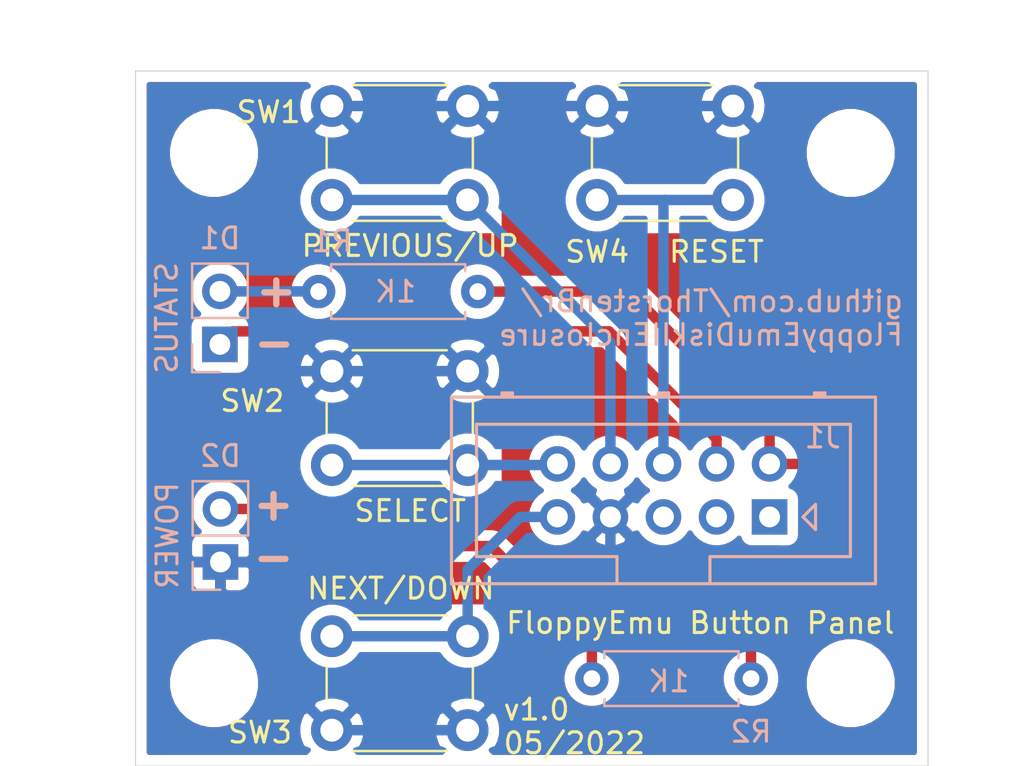
<source format=kicad_pcb>
(kicad_pcb (version 20171130) (host pcbnew 5.1.8-5.1.8)

  (general
    (thickness 1.6)
    (drawings 17)
    (tracks 64)
    (zones 0)
    (modules 13)
    (nets 13)
  )

  (page A4)
  (title_block
    (title "FloppyEmu Button Panel")
    (date 2022-05-16)
    (rev 1.0)
    (company "Thorsten Brehm")
  )

  (layers
    (0 F.Cu signal)
    (31 B.Cu signal)
    (32 B.Adhes user)
    (33 F.Adhes user)
    (34 B.Paste user)
    (35 F.Paste user)
    (36 B.SilkS user)
    (37 F.SilkS user)
    (38 B.Mask user)
    (39 F.Mask user)
    (40 Dwgs.User user)
    (41 Cmts.User user)
    (42 Eco1.User user)
    (43 Eco2.User user)
    (44 Edge.Cuts user)
    (45 Margin user)
    (46 B.CrtYd user)
    (47 F.CrtYd user)
    (48 B.Fab user)
    (49 F.Fab user)
  )

  (setup
    (last_trace_width 0.5)
    (user_trace_width 0.5)
    (trace_clearance 0.2)
    (zone_clearance 0.508)
    (zone_45_only no)
    (trace_min 0.2)
    (via_size 0.8)
    (via_drill 0.4)
    (via_min_size 0.4)
    (via_min_drill 0.3)
    (uvia_size 0.3)
    (uvia_drill 0.1)
    (uvias_allowed no)
    (uvia_min_size 0.2)
    (uvia_min_drill 0.1)
    (edge_width 0.05)
    (segment_width 0.2)
    (pcb_text_width 0.3)
    (pcb_text_size 1.5 1.5)
    (mod_edge_width 0.12)
    (mod_text_size 1 1)
    (mod_text_width 0.15)
    (pad_size 3.2 3.2)
    (pad_drill 3.2)
    (pad_to_mask_clearance 0)
    (aux_axis_origin 0 0)
    (visible_elements FFFFEF7F)
    (pcbplotparams
      (layerselection 0x010fc_ffffffff)
      (usegerberextensions false)
      (usegerberattributes true)
      (usegerberadvancedattributes true)
      (creategerberjobfile true)
      (excludeedgelayer true)
      (linewidth 0.100000)
      (plotframeref false)
      (viasonmask false)
      (mode 1)
      (useauxorigin false)
      (hpglpennumber 1)
      (hpglpenspeed 20)
      (hpglpendiameter 15.000000)
      (psnegative false)
      (psa4output false)
      (plotreference true)
      (plotvalue true)
      (plotinvisibletext false)
      (padsonsilk false)
      (subtractmaskfromsilk false)
      (outputformat 1)
      (mirror false)
      (drillshape 0)
      (scaleselection 1)
      (outputdirectory "/home/brehm/Daten/Hardware/3D/scad/FloppyEmu/pcb/Gerber/"))
  )

  (net 0 "")
  (net 1 +5V)
  (net 2 /SELECT)
  (net 3 /PREVIOUS)
  (net 4 /RESET)
  (net 5 /STATUS)
  (net 6 GND)
  (net 7 /NEXT)
  (net 8 "Net-(D1-Pad2)")
  (net 9 "Net-(J1-Pad5)")
  (net 10 "Net-(D2-Pad2)")
  (net 11 "Net-(J1-Pad3)")
  (net 12 "Net-(J1-Pad1)")

  (net_class Default "This is the default net class."
    (clearance 0.2)
    (trace_width 0.25)
    (via_dia 0.8)
    (via_drill 0.4)
    (uvia_dia 0.3)
    (uvia_drill 0.1)
    (add_net +5V)
    (add_net /NEXT)
    (add_net /PREVIOUS)
    (add_net /RESET)
    (add_net /SELECT)
    (add_net /STATUS)
    (add_net GND)
    (add_net "Net-(D1-Pad2)")
    (add_net "Net-(D2-Pad2)")
    (add_net "Net-(J1-Pad1)")
    (add_net "Net-(J1-Pad3)")
    (add_net "Net-(J1-Pad5)")
  )

  (module ThorstensFootprints:Box_Header_2x05x2.54mm_Straight (layer B.Cu) (tedit 59B4401C) (tstamp 6283906D)
    (at 132.715 88.265 180)
    (descr http://www.farnell.com/datasheets/1520732.pdf)
    (tags "connector multicomp MC9A MC9A12")
    (path /62826E2B)
    (fp_text reference J1 (at -2.54 3.81) (layer B.SilkS)
      (effects (font (size 1 1) (thickness 0.15)) (justify mirror))
    )
    (fp_text value ButtonPanelConnector (at 4.699 -4.953) (layer B.Paste) hide
      (effects (font (size 1 1) (thickness 0.15)) (justify mirror))
    )
    (fp_line (start -1.2 -1.2) (end -1.2 1.1) (layer B.Fab) (width 0.1))
    (fp_line (start 1.2 -1.2) (end -1.2 -1.2) (layer B.Fab) (width 0.1))
    (fp_line (start 1.2 1.1) (end 1.2 -1.2) (layer B.Fab) (width 0.1))
    (fp_line (start -1.2 1.1) (end 1.2 1.1) (layer B.Fab) (width 0.1))
    (fp_line (start -5.3 -3.5) (end -5.3 6) (layer B.Fab) (width 0.1))
    (fp_line (start 15.5 -3.5) (end -5.3 -3.5) (layer B.Fab) (width 0.1))
    (fp_line (start 15.5 6) (end 15.5 -3.5) (layer B.Fab) (width 0.1))
    (fp_line (start -5.3 6) (end 15.5 6) (layer B.Fab) (width 0.1))
    (fp_line (start -5.07 -3.2) (end -5.07 5.74) (layer B.SilkS) (width 0.15))
    (fp_line (start -5.07 5.74) (end 15.23 5.74) (layer B.SilkS) (width 0.15))
    (fp_line (start 15.23 5.74) (end 15.23 -3.2) (layer B.SilkS) (width 0.15))
    (fp_line (start 15.23 -3.2) (end -5.07 -3.2) (layer B.SilkS) (width 0.15))
    (fp_line (start 2.855 -3.2) (end 2.855 -1.9) (layer B.SilkS) (width 0.15))
    (fp_line (start 2.855 -1.9) (end -3.87 -1.9) (layer B.SilkS) (width 0.15))
    (fp_line (start -3.87 -1.9) (end -3.87 4.44) (layer B.SilkS) (width 0.15))
    (fp_line (start -3.87 4.44) (end 14.03 4.44) (layer B.SilkS) (width 0.15))
    (fp_line (start 14.03 4.44) (end 14.03 -1.9) (layer B.SilkS) (width 0.15))
    (fp_line (start 14.03 -1.9) (end 7.305 -1.9) (layer B.SilkS) (width 0.15))
    (fp_line (start 7.305 -1.9) (end 7.305 -3.2) (layer B.SilkS) (width 0.15))
    (fp_line (start 4.83 5.74) (end 4.83 5.94) (layer B.SilkS) (width 0.15))
    (fp_line (start 4.83 5.94) (end 5.33 5.94) (layer B.SilkS) (width 0.15))
    (fp_line (start 5.33 5.94) (end 5.33 5.74) (layer B.SilkS) (width 0.15))
    (fp_line (start 4.83 5.84) (end 5.33 5.84) (layer B.SilkS) (width 0.15))
    (fp_line (start 12.31 5.74) (end 12.31 5.94) (layer B.SilkS) (width 0.15))
    (fp_line (start 12.31 5.94) (end 12.81 5.94) (layer B.SilkS) (width 0.15))
    (fp_line (start 12.81 5.94) (end 12.81 5.74) (layer B.SilkS) (width 0.15))
    (fp_line (start 12.31 5.84) (end 12.81 5.84) (layer B.SilkS) (width 0.15))
    (fp_line (start -2.65 5.74) (end -2.65 5.94) (layer B.SilkS) (width 0.15))
    (fp_line (start -2.65 5.94) (end -2.15 5.94) (layer B.SilkS) (width 0.15))
    (fp_line (start -2.15 5.94) (end -2.15 5.74) (layer B.SilkS) (width 0.15))
    (fp_line (start -2.65 5.84) (end -2.15 5.84) (layer B.SilkS) (width 0.15))
    (fp_line (start -2.2 -0.6) (end -2.2 0.6) (layer B.SilkS) (width 0.15))
    (fp_line (start -2.2 0.6) (end -1.6 0) (layer B.SilkS) (width 0.15))
    (fp_line (start -1.6 0) (end -2.2 -0.6) (layer B.SilkS) (width 0.15))
    (fp_line (start -5.55 -3.7) (end -5.55 6.25) (layer B.CrtYd) (width 0.05))
    (fp_line (start -5.55 6.25) (end 15.75 6.25) (layer B.CrtYd) (width 0.05))
    (fp_line (start 15.75 6.25) (end 15.75 -3.7) (layer B.CrtYd) (width 0.05))
    (fp_line (start 15.75 -3.7) (end -5.55 -3.7) (layer B.CrtYd) (width 0.05))
    (fp_text user %R (at 13.716 -4.699 180) (layer B.Fab) hide
      (effects (font (size 1 1) (thickness 0.15)) (justify mirror))
    )
    (pad 10 thru_hole circle (at 10.16 2.54 180) (size 1.7 1.7) (drill 1) (layers *.Cu *.Mask)
      (net 2 /SELECT))
    (pad 9 thru_hole circle (at 10.16 0 180) (size 1.7 1.7) (drill 1) (layers *.Cu *.Mask)
      (net 7 /NEXT))
    (pad 8 thru_hole circle (at 7.62 2.54 180) (size 1.7 1.7) (drill 1) (layers *.Cu *.Mask)
      (net 3 /PREVIOUS))
    (pad 7 thru_hole circle (at 7.62 0 180) (size 1.7 1.7) (drill 1) (layers *.Cu *.Mask)
      (net 6 GND))
    (pad 6 thru_hole circle (at 5.08 2.54 180) (size 1.7 1.7) (drill 1) (layers *.Cu *.Mask)
      (net 4 /RESET))
    (pad 5 thru_hole circle (at 5.08 0 180) (size 1.7 1.7) (drill 1) (layers *.Cu *.Mask)
      (net 9 "Net-(J1-Pad5)"))
    (pad 4 thru_hole circle (at 2.54 2.54 180) (size 1.7 1.7) (drill 1) (layers *.Cu *.Mask)
      (net 5 /STATUS))
    (pad 3 thru_hole circle (at 2.54 0 180) (size 1.7 1.7) (drill 1) (layers *.Cu *.Mask)
      (net 11 "Net-(J1-Pad3)"))
    (pad 2 thru_hole circle (at 0 2.54 180) (size 1.7 1.7) (drill 1) (layers *.Cu *.Mask)
      (net 1 +5V))
    (pad 1 thru_hole rect (at 0 0 180) (size 1.7 1.7) (drill 1) (layers *.Cu *.Mask)
      (net 12 "Net-(J1-Pad1)"))
    (model ${KISYS3DMOD}/LibreSolar.3dshapes/Wuerth_WR-WTB_61201021621.stp
      (offset (xyz 5.079999923706055 1.269999980926514 4.499999932416782))
      (scale (xyz 1 1 1))
      (rotate (xyz 0 0 0))
    )
  )

  (module Mounting_Holes:MountingHole_3.2mm_M3 (layer F.Cu) (tedit 56D1B4CB) (tstamp 6282B512)
    (at 136.6 96.23)
    (descr "Mounting Hole 3.2mm, no annular, M3")
    (tags "mounting hole 3.2mm no annular m3")
    (path /6283B47E)
    (attr virtual)
    (fp_text reference H4 (at 0 -4.2) (layer F.SilkS) hide
      (effects (font (size 1 1) (thickness 0.15)))
    )
    (fp_text value MountingHole (at 0 4.2) (layer F.Fab) hide
      (effects (font (size 1 1) (thickness 0.15)))
    )
    (fp_circle (center 0 0) (end 3.2 0) (layer Cmts.User) (width 0.15))
    (fp_circle (center 0 0) (end 3.45 0) (layer F.CrtYd) (width 0.05))
    (fp_text user %R (at 0.3 0) (layer F.Fab)
      (effects (font (size 1 1) (thickness 0.15)))
    )
    (pad 1 np_thru_hole circle (at 0 0) (size 3.2 3.2) (drill 3.2) (layers *.Cu *.Mask))
  )

  (module Mounting_Holes:MountingHole_3.2mm_M3 (layer F.Cu) (tedit 56D1B4CB) (tstamp 6282B50F)
    (at 136.6 70.83)
    (descr "Mounting Hole 3.2mm, no annular, M3")
    (tags "mounting hole 3.2mm no annular m3")
    (path /6283B185)
    (attr virtual)
    (fp_text reference H3 (at 0 -4.2) (layer F.SilkS) hide
      (effects (font (size 1 1) (thickness 0.15)))
    )
    (fp_text value MountingHole (at 0 4.2) (layer F.Fab) hide
      (effects (font (size 1 1) (thickness 0.15)))
    )
    (fp_circle (center 0 0) (end 3.2 0) (layer Cmts.User) (width 0.15))
    (fp_circle (center 0 0) (end 3.45 0) (layer F.CrtYd) (width 0.05))
    (fp_text user %R (at 0.3 0) (layer F.Fab)
      (effects (font (size 1 1) (thickness 0.15)))
    )
    (pad 1 np_thru_hole circle (at 0 0) (size 3.2 3.2) (drill 3.2) (layers *.Cu *.Mask))
  )

  (module Mounting_Holes:MountingHole_3.2mm_M3 (layer F.Cu) (tedit 56D1B4CB) (tstamp 6282B6F4)
    (at 106.12 70.83)
    (descr "Mounting Hole 3.2mm, no annular, M3")
    (tags "mounting hole 3.2mm no annular m3")
    (path /6283AD76)
    (attr virtual)
    (fp_text reference H2 (at 0 -4.2) (layer F.SilkS) hide
      (effects (font (size 1 1) (thickness 0.15)))
    )
    (fp_text value MountingHole (at 0 4.2) (layer F.Fab) hide
      (effects (font (size 1 1) (thickness 0.15)))
    )
    (fp_circle (center 0 0) (end 3.2 0) (layer Cmts.User) (width 0.15))
    (fp_circle (center 0 0) (end 3.45 0) (layer F.CrtYd) (width 0.05))
    (fp_text user %R (at 0.3 0) (layer F.Fab)
      (effects (font (size 1 1) (thickness 0.15)))
    )
    (pad 1 np_thru_hole circle (at 0 0) (size 3.2 3.2) (drill 3.2) (layers *.Cu *.Mask))
  )

  (module Mounting_Holes:MountingHole_3.2mm_M3 (layer F.Cu) (tedit 56D1B4CB) (tstamp 6282B509)
    (at 106.12 96.23)
    (descr "Mounting Hole 3.2mm, no annular, M3")
    (tags "mounting hole 3.2mm no annular m3")
    (path /6283B6E3)
    (attr virtual)
    (fp_text reference H1 (at 0 -4.2) (layer F.SilkS) hide
      (effects (font (size 1 1) (thickness 0.15)))
    )
    (fp_text value MountingHole (at 0 4.2) (layer F.Fab) hide
      (effects (font (size 1 1) (thickness 0.15)))
    )
    (fp_circle (center 0 0) (end 3.2 0) (layer Cmts.User) (width 0.15))
    (fp_circle (center 0 0) (end 3.45 0) (layer F.CrtYd) (width 0.05))
    (fp_text user %R (at 0.3 0) (layer F.Fab)
      (effects (font (size 1 1) (thickness 0.15)))
    )
    (pad 1 np_thru_hole circle (at 0 0) (size 3.2 3.2) (drill 3.2) (layers *.Cu *.Mask))
  )

  (module Resistors_THT:R_Axial_DIN0207_L6.3mm_D2.5mm_P7.62mm_Horizontal (layer B.Cu) (tedit 5874F706) (tstamp 6280EAEF)
    (at 131.826 96.012 180)
    (descr "Resistor, Axial_DIN0207 series, Axial, Horizontal, pin pitch=7.62mm, 0.25W = 1/4W, length*diameter=6.3*2.5mm^2, http://cdn-reichelt.de/documents/datenblatt/B400/1_4W%23YAG.pdf")
    (tags "Resistor Axial_DIN0207 series Axial Horizontal pin pitch 7.62mm 0.25W = 1/4W length 6.3mm diameter 2.5mm")
    (path /6274C43F)
    (fp_text reference R2 (at 0 -2.54 180) (layer B.SilkS)
      (effects (font (size 1 1) (thickness 0.15)) (justify mirror))
    )
    (fp_text value 1K (at 3.937 -0.127 180) (layer B.SilkS)
      (effects (font (size 1 1) (thickness 0.15)) (justify mirror))
    )
    (fp_line (start 8.7 1.6) (end -1.05 1.6) (layer B.CrtYd) (width 0.05))
    (fp_line (start 8.7 -1.6) (end 8.7 1.6) (layer B.CrtYd) (width 0.05))
    (fp_line (start -1.05 -1.6) (end 8.7 -1.6) (layer B.CrtYd) (width 0.05))
    (fp_line (start -1.05 1.6) (end -1.05 -1.6) (layer B.CrtYd) (width 0.05))
    (fp_line (start 7.02 -1.31) (end 7.02 -0.98) (layer B.SilkS) (width 0.12))
    (fp_line (start 0.6 -1.31) (end 7.02 -1.31) (layer B.SilkS) (width 0.12))
    (fp_line (start 0.6 -0.98) (end 0.6 -1.31) (layer B.SilkS) (width 0.12))
    (fp_line (start 7.02 1.31) (end 7.02 0.98) (layer B.SilkS) (width 0.12))
    (fp_line (start 0.6 1.31) (end 7.02 1.31) (layer B.SilkS) (width 0.12))
    (fp_line (start 0.6 0.98) (end 0.6 1.31) (layer B.SilkS) (width 0.12))
    (fp_line (start 7.62 0) (end 6.96 0) (layer B.Fab) (width 0.1))
    (fp_line (start 0 0) (end 0.66 0) (layer B.Fab) (width 0.1))
    (fp_line (start 6.96 1.25) (end 0.66 1.25) (layer B.Fab) (width 0.1))
    (fp_line (start 6.96 -1.25) (end 6.96 1.25) (layer B.Fab) (width 0.1))
    (fp_line (start 0.66 -1.25) (end 6.96 -1.25) (layer B.Fab) (width 0.1))
    (fp_line (start 0.66 1.25) (end 0.66 -1.25) (layer B.Fab) (width 0.1))
    (pad 1 thru_hole circle (at 0 0 180) (size 1.6 1.6) (drill 0.8) (layers *.Cu *.Mask)
      (net 1 +5V))
    (pad 2 thru_hole oval (at 7.62 0 180) (size 1.6 1.6) (drill 0.8) (layers *.Cu *.Mask)
      (net 10 "Net-(D2-Pad2)"))
    (model ${KISYS3DMOD}/Resistors_THT.3dshapes/R_Axial_DIN0207_L6.3mm_D2.5mm_P7.62mm_Horizontal.wrl
      (at (xyz 0 0 0))
      (scale (xyz 0.393701 0.393701 0.393701))
      (rotate (xyz 0 0 0))
    )
  )

  (module Pin_Headers:Pin_Header_Straight_1x02_Pitch2.54mm (layer B.Cu) (tedit 59650532) (tstamp 628100A5)
    (at 106.426 90.424)
    (descr "Through hole straight pin header, 1x02, 2.54mm pitch, single row")
    (tags "Through hole pin header THT 1x02 2.54mm single row")
    (path /6274C215)
    (fp_text reference D2 (at 0 -5.08) (layer B.SilkS)
      (effects (font (size 1 1) (thickness 0.15)) (justify mirror))
    )
    (fp_text value POWER (at -2.54 -1.27 270) (layer B.SilkS)
      (effects (font (size 1 1) (thickness 0.15)) (justify mirror))
    )
    (fp_line (start 1.8 1.8) (end -1.8 1.8) (layer B.CrtYd) (width 0.05))
    (fp_line (start 1.8 -4.35) (end 1.8 1.8) (layer B.CrtYd) (width 0.05))
    (fp_line (start -1.8 -4.35) (end 1.8 -4.35) (layer B.CrtYd) (width 0.05))
    (fp_line (start -1.8 1.8) (end -1.8 -4.35) (layer B.CrtYd) (width 0.05))
    (fp_line (start -1.33 1.33) (end 0 1.33) (layer B.SilkS) (width 0.12))
    (fp_line (start -1.33 0) (end -1.33 1.33) (layer B.SilkS) (width 0.12))
    (fp_line (start -1.33 -1.27) (end 1.33 -1.27) (layer B.SilkS) (width 0.12))
    (fp_line (start 1.33 -1.27) (end 1.33 -3.87) (layer B.SilkS) (width 0.12))
    (fp_line (start -1.33 -1.27) (end -1.33 -3.87) (layer B.SilkS) (width 0.12))
    (fp_line (start -1.33 -3.87) (end 1.33 -3.87) (layer B.SilkS) (width 0.12))
    (fp_line (start -1.27 0.635) (end -0.635 1.27) (layer B.Fab) (width 0.1))
    (fp_line (start -1.27 -3.81) (end -1.27 0.635) (layer B.Fab) (width 0.1))
    (fp_line (start 1.27 -3.81) (end -1.27 -3.81) (layer B.Fab) (width 0.1))
    (fp_line (start 1.27 1.27) (end 1.27 -3.81) (layer B.Fab) (width 0.1))
    (fp_line (start -0.635 1.27) (end 1.27 1.27) (layer B.Fab) (width 0.1))
    (fp_text user %R (at -2.54 -2.032 270) (layer B.Fab) hide
      (effects (font (size 1 1) (thickness 0.15)) (justify mirror))
    )
    (pad 1 thru_hole rect (at 0 0) (size 1.7 1.7) (drill 1) (layers *.Cu *.Mask)
      (net 6 GND))
    (pad 2 thru_hole oval (at 0 -2.54) (size 1.7 1.7) (drill 1) (layers *.Cu *.Mask)
      (net 10 "Net-(D2-Pad2)"))
    (model ${KISYS3DMOD}/Pin_Headers.3dshapes/Pin_Header_Straight_1x02_Pitch2.54mm.wrl
      (at (xyz 0 0 0))
      (scale (xyz 1 1 1))
      (rotate (xyz 0 0 0))
    )
  )

  (module Resistors_THT:R_Axial_DIN0207_L6.3mm_D2.5mm_P7.62mm_Horizontal (layer B.Cu) (tedit 5874F706) (tstamp 62839444)
    (at 118.745 77.47 180)
    (descr "Resistor, Axial_DIN0207 series, Axial, Horizontal, pin pitch=7.62mm, 0.25W = 1/4W, length*diameter=6.3*2.5mm^2, http://cdn-reichelt.de/documents/datenblatt/B400/1_4W%23YAG.pdf")
    (tags "Resistor Axial_DIN0207 series Axial Horizontal pin pitch 7.62mm 0.25W = 1/4W length 6.3mm diameter 2.5mm")
    (path /6274AF14)
    (fp_text reference R1 (at 6.985 2.413 180) (layer B.SilkS)
      (effects (font (size 1 1) (thickness 0.15)) (justify mirror))
    )
    (fp_text value 1K (at 3.937 0 180) (layer B.SilkS)
      (effects (font (size 1 1) (thickness 0.15)) (justify mirror))
    )
    (fp_line (start 8.7 1.6) (end -1.05 1.6) (layer B.CrtYd) (width 0.05))
    (fp_line (start 8.7 -1.6) (end 8.7 1.6) (layer B.CrtYd) (width 0.05))
    (fp_line (start -1.05 -1.6) (end 8.7 -1.6) (layer B.CrtYd) (width 0.05))
    (fp_line (start -1.05 1.6) (end -1.05 -1.6) (layer B.CrtYd) (width 0.05))
    (fp_line (start 7.02 -1.31) (end 7.02 -0.98) (layer B.SilkS) (width 0.12))
    (fp_line (start 0.6 -1.31) (end 7.02 -1.31) (layer B.SilkS) (width 0.12))
    (fp_line (start 0.6 -0.98) (end 0.6 -1.31) (layer B.SilkS) (width 0.12))
    (fp_line (start 7.02 1.31) (end 7.02 0.98) (layer B.SilkS) (width 0.12))
    (fp_line (start 0.6 1.31) (end 7.02 1.31) (layer B.SilkS) (width 0.12))
    (fp_line (start 0.6 0.98) (end 0.6 1.31) (layer B.SilkS) (width 0.12))
    (fp_line (start 7.62 0) (end 6.96 0) (layer B.Fab) (width 0.1))
    (fp_line (start 0 0) (end 0.66 0) (layer B.Fab) (width 0.1))
    (fp_line (start 6.96 1.25) (end 0.66 1.25) (layer B.Fab) (width 0.1))
    (fp_line (start 6.96 -1.25) (end 6.96 1.25) (layer B.Fab) (width 0.1))
    (fp_line (start 0.66 -1.25) (end 6.96 -1.25) (layer B.Fab) (width 0.1))
    (fp_line (start 0.66 1.25) (end 0.66 -1.25) (layer B.Fab) (width 0.1))
    (pad 1 thru_hole circle (at 0 0 180) (size 1.6 1.6) (drill 0.8) (layers *.Cu *.Mask)
      (net 1 +5V))
    (pad 2 thru_hole oval (at 7.62 0 180) (size 1.6 1.6) (drill 0.8) (layers *.Cu *.Mask)
      (net 8 "Net-(D1-Pad2)"))
    (model ${KISYS3DMOD}/Resistors_THT.3dshapes/R_Axial_DIN0207_L6.3mm_D2.5mm_P7.62mm_Horizontal.wrl
      (at (xyz 0 0 0))
      (scale (xyz 0.393701 0.393701 0.393701))
      (rotate (xyz 0 0 0))
    )
  )

  (module Pin_Headers:Pin_Header_Straight_1x02_Pitch2.54mm (layer B.Cu) (tedit 59650532) (tstamp 6280E674)
    (at 106.4 80)
    (descr "Through hole straight pin header, 1x02, 2.54mm pitch, single row")
    (tags "Through hole pin header THT 1x02 2.54mm single row")
    (path /6274B5B6)
    (fp_text reference D1 (at 0 -5.08 180) (layer B.SilkS)
      (effects (font (size 1 1) (thickness 0.15)) (justify mirror))
    )
    (fp_text value STATUS (at -2.54 -1.27 270) (layer B.SilkS)
      (effects (font (size 1 1) (thickness 0.15)) (justify mirror))
    )
    (fp_line (start 1.8 1.8) (end -1.8 1.8) (layer B.CrtYd) (width 0.05))
    (fp_line (start 1.8 -4.35) (end 1.8 1.8) (layer B.CrtYd) (width 0.05))
    (fp_line (start -1.8 -4.35) (end 1.8 -4.35) (layer B.CrtYd) (width 0.05))
    (fp_line (start -1.8 1.8) (end -1.8 -4.35) (layer B.CrtYd) (width 0.05))
    (fp_line (start -1.33 1.33) (end 0 1.33) (layer B.SilkS) (width 0.12))
    (fp_line (start -1.33 0) (end -1.33 1.33) (layer B.SilkS) (width 0.12))
    (fp_line (start -1.33 -1.27) (end 1.33 -1.27) (layer B.SilkS) (width 0.12))
    (fp_line (start 1.33 -1.27) (end 1.33 -3.87) (layer B.SilkS) (width 0.12))
    (fp_line (start -1.33 -1.27) (end -1.33 -3.87) (layer B.SilkS) (width 0.12))
    (fp_line (start -1.33 -3.87) (end 1.33 -3.87) (layer B.SilkS) (width 0.12))
    (fp_line (start -1.27 0.635) (end -0.635 1.27) (layer B.Fab) (width 0.1))
    (fp_line (start -1.27 -3.81) (end -1.27 0.635) (layer B.Fab) (width 0.1))
    (fp_line (start 1.27 -3.81) (end -1.27 -3.81) (layer B.Fab) (width 0.1))
    (fp_line (start 1.27 1.27) (end 1.27 -3.81) (layer B.Fab) (width 0.1))
    (fp_line (start -0.635 1.27) (end 1.27 1.27) (layer B.Fab) (width 0.1))
    (fp_text user %R (at -2.667 -0.127 270) (layer B.Fab) hide
      (effects (font (size 1 1) (thickness 0.15)) (justify mirror))
    )
    (pad 1 thru_hole rect (at 0 0) (size 1.7 1.7) (drill 1) (layers *.Cu *.Mask)
      (net 5 /STATUS))
    (pad 2 thru_hole oval (at 0 -2.54) (size 1.7 1.7) (drill 1) (layers *.Cu *.Mask)
      (net 8 "Net-(D1-Pad2)"))
    (model ${KISYS3DMOD}/Pin_Headers.3dshapes/Pin_Header_Straight_1x02_Pitch2.54mm.wrl
      (at (xyz 0 0 0))
      (scale (xyz 1 1 1))
      (rotate (xyz 0 0 0))
    )
  )

  (module Buttons_Switches_THT:SW_PUSH_6mm_h5mm (layer F.Cu) (tedit 5923F252) (tstamp 6274514C)
    (at 111.76 68.58)
    (descr "tactile push button, 6x6mm e.g. PHAP33xx series, height=5mm")
    (tags "tact sw push 6mm")
    (path /62744C78)
    (fp_text reference SW1 (at -3.03 0.29) (layer F.SilkS)
      (effects (font (size 1 1) (thickness 0.15)))
    )
    (fp_text value PREVIOUS/UP (at 3.75 6.7) (layer F.SilkS)
      (effects (font (size 1 1) (thickness 0.15)))
    )
    (fp_circle (center 3.25 2.25) (end 1.25 2.5) (layer F.Fab) (width 0.1))
    (fp_line (start 6.75 3) (end 6.75 1.5) (layer F.SilkS) (width 0.12))
    (fp_line (start 5.5 -1) (end 1 -1) (layer F.SilkS) (width 0.12))
    (fp_line (start -0.25 1.5) (end -0.25 3) (layer F.SilkS) (width 0.12))
    (fp_line (start 1 5.5) (end 5.5 5.5) (layer F.SilkS) (width 0.12))
    (fp_line (start 8 -1.25) (end 8 5.75) (layer F.CrtYd) (width 0.05))
    (fp_line (start 7.75 6) (end -1.25 6) (layer F.CrtYd) (width 0.05))
    (fp_line (start -1.5 5.75) (end -1.5 -1.25) (layer F.CrtYd) (width 0.05))
    (fp_line (start -1.25 -1.5) (end 7.75 -1.5) (layer F.CrtYd) (width 0.05))
    (fp_line (start -1.5 6) (end -1.25 6) (layer F.CrtYd) (width 0.05))
    (fp_line (start -1.5 5.75) (end -1.5 6) (layer F.CrtYd) (width 0.05))
    (fp_line (start -1.5 -1.5) (end -1.25 -1.5) (layer F.CrtYd) (width 0.05))
    (fp_line (start -1.5 -1.25) (end -1.5 -1.5) (layer F.CrtYd) (width 0.05))
    (fp_line (start 8 -1.5) (end 8 -1.25) (layer F.CrtYd) (width 0.05))
    (fp_line (start 7.75 -1.5) (end 8 -1.5) (layer F.CrtYd) (width 0.05))
    (fp_line (start 8 6) (end 8 5.75) (layer F.CrtYd) (width 0.05))
    (fp_line (start 7.75 6) (end 8 6) (layer F.CrtYd) (width 0.05))
    (fp_line (start 0.25 -0.75) (end 3.25 -0.75) (layer F.Fab) (width 0.1))
    (fp_line (start 0.25 5.25) (end 0.25 -0.75) (layer F.Fab) (width 0.1))
    (fp_line (start 6.25 5.25) (end 0.25 5.25) (layer F.Fab) (width 0.1))
    (fp_line (start 6.25 -0.75) (end 6.25 5.25) (layer F.Fab) (width 0.1))
    (fp_line (start 3.25 -0.75) (end 6.25 -0.75) (layer F.Fab) (width 0.1))
    (fp_text user %R (at 3.048 2.157999) (layer F.Fab) hide
      (effects (font (size 1 1) (thickness 0.15)))
    )
    (pad 1 thru_hole circle (at 6.5 0 90) (size 2 2) (drill 1.1) (layers *.Cu *.Mask)
      (net 6 GND))
    (pad 2 thru_hole circle (at 6.5 4.5 90) (size 2 2) (drill 1.1) (layers *.Cu *.Mask)
      (net 3 /PREVIOUS))
    (pad 1 thru_hole circle (at 0 0 90) (size 2 2) (drill 1.1) (layers *.Cu *.Mask)
      (net 6 GND))
    (pad 2 thru_hole circle (at 0 4.5 90) (size 2 2) (drill 1.1) (layers *.Cu *.Mask)
      (net 3 /PREVIOUS))
    (model ${KISYS3DMOD}/Buttons_Switches_THT.3dshapes/SW_PUSH_6mm_h5mm.wrl
      (offset (xyz 0.1269999980926514 0 0))
      (scale (xyz 0.3937 0.3937 0.3937))
      (rotate (xyz 0 0 0))
    )
  )

  (module Buttons_Switches_THT:SW_PUSH_6mm_h5mm (layer F.Cu) (tedit 5923F252) (tstamp 6274516B)
    (at 111.76 81.28)
    (descr "tactile push button, 6x6mm e.g. PHAP33xx series, height=5mm")
    (tags "tact sw push 6mm")
    (path /62744E61)
    (fp_text reference SW2 (at -3.81 1.43) (layer F.SilkS)
      (effects (font (size 1 1) (thickness 0.15)))
    )
    (fp_text value SELECT (at 3.75 6.7) (layer F.SilkS)
      (effects (font (size 1 1) (thickness 0.15)))
    )
    (fp_line (start 3.25 -0.75) (end 6.25 -0.75) (layer F.Fab) (width 0.1))
    (fp_line (start 6.25 -0.75) (end 6.25 5.25) (layer F.Fab) (width 0.1))
    (fp_line (start 6.25 5.25) (end 0.25 5.25) (layer F.Fab) (width 0.1))
    (fp_line (start 0.25 5.25) (end 0.25 -0.75) (layer F.Fab) (width 0.1))
    (fp_line (start 0.25 -0.75) (end 3.25 -0.75) (layer F.Fab) (width 0.1))
    (fp_line (start 7.75 6) (end 8 6) (layer F.CrtYd) (width 0.05))
    (fp_line (start 8 6) (end 8 5.75) (layer F.CrtYd) (width 0.05))
    (fp_line (start 7.75 -1.5) (end 8 -1.5) (layer F.CrtYd) (width 0.05))
    (fp_line (start 8 -1.5) (end 8 -1.25) (layer F.CrtYd) (width 0.05))
    (fp_line (start -1.5 -1.25) (end -1.5 -1.5) (layer F.CrtYd) (width 0.05))
    (fp_line (start -1.5 -1.5) (end -1.25 -1.5) (layer F.CrtYd) (width 0.05))
    (fp_line (start -1.5 5.75) (end -1.5 6) (layer F.CrtYd) (width 0.05))
    (fp_line (start -1.5 6) (end -1.25 6) (layer F.CrtYd) (width 0.05))
    (fp_line (start -1.25 -1.5) (end 7.75 -1.5) (layer F.CrtYd) (width 0.05))
    (fp_line (start -1.5 5.75) (end -1.5 -1.25) (layer F.CrtYd) (width 0.05))
    (fp_line (start 7.75 6) (end -1.25 6) (layer F.CrtYd) (width 0.05))
    (fp_line (start 8 -1.25) (end 8 5.75) (layer F.CrtYd) (width 0.05))
    (fp_line (start 1 5.5) (end 5.5 5.5) (layer F.SilkS) (width 0.12))
    (fp_line (start -0.25 1.5) (end -0.25 3) (layer F.SilkS) (width 0.12))
    (fp_line (start 5.5 -1) (end 1 -1) (layer F.SilkS) (width 0.12))
    (fp_line (start 6.75 3) (end 6.75 1.5) (layer F.SilkS) (width 0.12))
    (fp_circle (center 3.25 2.25) (end 1.25 2.5) (layer F.Fab) (width 0.1))
    (fp_text user %R (at 3.25 2.25) (layer F.Fab) hide
      (effects (font (size 1 1) (thickness 0.15)))
    )
    (pad 2 thru_hole circle (at 0 4.5 90) (size 2 2) (drill 1.1) (layers *.Cu *.Mask)
      (net 2 /SELECT))
    (pad 1 thru_hole circle (at 0 0 90) (size 2 2) (drill 1.1) (layers *.Cu *.Mask)
      (net 6 GND))
    (pad 2 thru_hole circle (at 6.5 4.5 90) (size 2 2) (drill 1.1) (layers *.Cu *.Mask)
      (net 2 /SELECT))
    (pad 1 thru_hole circle (at 6.5 0 90) (size 2 2) (drill 1.1) (layers *.Cu *.Mask)
      (net 6 GND))
    (model ${KISYS3DMOD}/Buttons_Switches_THT.3dshapes/SW_PUSH_6mm_h5mm.wrl
      (offset (xyz 0.1269999980926514 0 0))
      (scale (xyz 0.3937 0.3937 0.3937))
      (rotate (xyz 0 0 0))
    )
  )

  (module Buttons_Switches_THT:SW_PUSH_6mm_h5mm (layer F.Cu) (tedit 5923F252) (tstamp 627454DD)
    (at 111.76 93.98)
    (descr "tactile push button, 6x6mm e.g. PHAP33xx series, height=5mm")
    (tags "tact sw push 6mm")
    (path /62745058)
    (fp_text reference SW3 (at -3.44 4.61) (layer F.SilkS)
      (effects (font (size 1 1) (thickness 0.15)))
    )
    (fp_text value NEXT/DOWN (at 3.302 -2.286) (layer F.SilkS)
      (effects (font (size 1 1) (thickness 0.15)))
    )
    (fp_circle (center 3.25 2.25) (end 1.25 2.5) (layer F.Fab) (width 0.1))
    (fp_line (start 6.75 3) (end 6.75 1.5) (layer F.SilkS) (width 0.12))
    (fp_line (start 5.5 -1) (end 1 -1) (layer F.SilkS) (width 0.12))
    (fp_line (start -0.25 1.5) (end -0.25 3) (layer F.SilkS) (width 0.12))
    (fp_line (start 1 5.5) (end 5.5 5.5) (layer F.SilkS) (width 0.12))
    (fp_line (start 8 -1.25) (end 8 5.75) (layer F.CrtYd) (width 0.05))
    (fp_line (start 7.75 6) (end -1.25 6) (layer F.CrtYd) (width 0.05))
    (fp_line (start -1.5 5.75) (end -1.5 -1.25) (layer F.CrtYd) (width 0.05))
    (fp_line (start -1.25 -1.5) (end 7.75 -1.5) (layer F.CrtYd) (width 0.05))
    (fp_line (start -1.5 6) (end -1.25 6) (layer F.CrtYd) (width 0.05))
    (fp_line (start -1.5 5.75) (end -1.5 6) (layer F.CrtYd) (width 0.05))
    (fp_line (start -1.5 -1.5) (end -1.25 -1.5) (layer F.CrtYd) (width 0.05))
    (fp_line (start -1.5 -1.25) (end -1.5 -1.5) (layer F.CrtYd) (width 0.05))
    (fp_line (start 8 -1.5) (end 8 -1.25) (layer F.CrtYd) (width 0.05))
    (fp_line (start 7.75 -1.5) (end 8 -1.5) (layer F.CrtYd) (width 0.05))
    (fp_line (start 8 6) (end 8 5.75) (layer F.CrtYd) (width 0.05))
    (fp_line (start 7.75 6) (end 8 6) (layer F.CrtYd) (width 0.05))
    (fp_line (start 0.25 -0.75) (end 3.25 -0.75) (layer F.Fab) (width 0.1))
    (fp_line (start 0.25 5.25) (end 0.25 -0.75) (layer F.Fab) (width 0.1))
    (fp_line (start 6.25 5.25) (end 0.25 5.25) (layer F.Fab) (width 0.1))
    (fp_line (start 6.25 -0.75) (end 6.25 5.25) (layer F.Fab) (width 0.1))
    (fp_line (start 3.25 -0.75) (end 6.25 -0.75) (layer F.Fab) (width 0.1))
    (fp_text user %R (at 3.25 2.25) (layer F.Fab) hide
      (effects (font (size 1 1) (thickness 0.15)))
    )
    (pad 1 thru_hole circle (at 6.5 0 90) (size 2 2) (drill 1.1) (layers *.Cu *.Mask)
      (net 7 /NEXT))
    (pad 2 thru_hole circle (at 6.5 4.5 90) (size 2 2) (drill 1.1) (layers *.Cu *.Mask)
      (net 6 GND))
    (pad 1 thru_hole circle (at 0 0 90) (size 2 2) (drill 1.1) (layers *.Cu *.Mask)
      (net 7 /NEXT))
    (pad 2 thru_hole circle (at 0 4.5 90) (size 2 2) (drill 1.1) (layers *.Cu *.Mask)
      (net 6 GND))
    (model ${KISYS3DMOD}/Buttons_Switches_THT.3dshapes/SW_PUSH_6mm_h5mm.wrl
      (offset (xyz 0.1269999980926514 0 0))
      (scale (xyz 0.3937 0.3937 0.3937))
      (rotate (xyz 0 0 0))
    )
  )

  (module Buttons_Switches_THT:SW_PUSH_6mm_h5mm (layer F.Cu) (tedit 5923F252) (tstamp 627451A9)
    (at 124.46 68.58)
    (descr "tactile push button, 6x6mm e.g. PHAP33xx series, height=5mm")
    (tags "tact sw push 6mm")
    (path /62745342)
    (fp_text reference SW4 (at 0 6.985) (layer F.SilkS)
      (effects (font (size 1 1) (thickness 0.15)))
    )
    (fp_text value RESET (at 5.715 6.985) (layer F.SilkS)
      (effects (font (size 1 1) (thickness 0.15)))
    )
    (fp_line (start 3.25 -0.75) (end 6.25 -0.75) (layer F.Fab) (width 0.1))
    (fp_line (start 6.25 -0.75) (end 6.25 5.25) (layer F.Fab) (width 0.1))
    (fp_line (start 6.25 5.25) (end 0.25 5.25) (layer F.Fab) (width 0.1))
    (fp_line (start 0.25 5.25) (end 0.25 -0.75) (layer F.Fab) (width 0.1))
    (fp_line (start 0.25 -0.75) (end 3.25 -0.75) (layer F.Fab) (width 0.1))
    (fp_line (start 7.75 6) (end 8 6) (layer F.CrtYd) (width 0.05))
    (fp_line (start 8 6) (end 8 5.75) (layer F.CrtYd) (width 0.05))
    (fp_line (start 7.75 -1.5) (end 8 -1.5) (layer F.CrtYd) (width 0.05))
    (fp_line (start 8 -1.5) (end 8 -1.25) (layer F.CrtYd) (width 0.05))
    (fp_line (start -1.5 -1.25) (end -1.5 -1.5) (layer F.CrtYd) (width 0.05))
    (fp_line (start -1.5 -1.5) (end -1.25 -1.5) (layer F.CrtYd) (width 0.05))
    (fp_line (start -1.5 5.75) (end -1.5 6) (layer F.CrtYd) (width 0.05))
    (fp_line (start -1.5 6) (end -1.25 6) (layer F.CrtYd) (width 0.05))
    (fp_line (start -1.25 -1.5) (end 7.75 -1.5) (layer F.CrtYd) (width 0.05))
    (fp_line (start -1.5 5.75) (end -1.5 -1.25) (layer F.CrtYd) (width 0.05))
    (fp_line (start 7.75 6) (end -1.25 6) (layer F.CrtYd) (width 0.05))
    (fp_line (start 8 -1.25) (end 8 5.75) (layer F.CrtYd) (width 0.05))
    (fp_line (start 1 5.5) (end 5.5 5.5) (layer F.SilkS) (width 0.12))
    (fp_line (start -0.25 1.5) (end -0.25 3) (layer F.SilkS) (width 0.12))
    (fp_line (start 5.5 -1) (end 1 -1) (layer F.SilkS) (width 0.12))
    (fp_line (start 6.75 3) (end 6.75 1.5) (layer F.SilkS) (width 0.12))
    (fp_circle (center 3.25 2.25) (end 1.25 2.5) (layer F.Fab) (width 0.1))
    (fp_text user %R (at 3.484999 2.411999) (layer F.Fab) hide
      (effects (font (size 1 1) (thickness 0.15)))
    )
    (pad 2 thru_hole circle (at 0 4.5 90) (size 2 2) (drill 1.1) (layers *.Cu *.Mask)
      (net 4 /RESET))
    (pad 1 thru_hole circle (at 0 0 90) (size 2 2) (drill 1.1) (layers *.Cu *.Mask)
      (net 6 GND))
    (pad 2 thru_hole circle (at 6.5 4.5 90) (size 2 2) (drill 1.1) (layers *.Cu *.Mask)
      (net 4 /RESET))
    (pad 1 thru_hole circle (at 6.5 0 90) (size 2 2) (drill 1.1) (layers *.Cu *.Mask)
      (net 6 GND))
    (model ${KISYS3DMOD}/Buttons_Switches_THT.3dshapes/SW_PUSH_6mm_h5mm.wrl
      (offset (xyz 0.1269999980926514 0 0))
      (scale (xyz 0.3937 0.3937 0.3937))
      (rotate (xyz 0 0 0))
    )
  )

  (dimension 25.4 (width 0.15) (layer Dwgs.User)
    (gr_text "25,400 mm" (at 143.54 83.53 90) (layer Dwgs.User)
      (effects (font (size 1 1) (thickness 0.15)))
    )
    (feature1 (pts (xy 136.6 70.83) (xy 142.826421 70.83)))
    (feature2 (pts (xy 136.6 96.23) (xy 142.826421 96.23)))
    (crossbar (pts (xy 142.24 96.23) (xy 142.24 70.83)))
    (arrow1a (pts (xy 142.24 70.83) (xy 142.826421 71.956504)))
    (arrow1b (pts (xy 142.24 70.83) (xy 141.653579 71.956504)))
    (arrow2a (pts (xy 142.24 96.23) (xy 142.826421 95.103496)))
    (arrow2b (pts (xy 142.24 96.23) (xy 141.653579 95.103496)))
  )
  (dimension 12.7 (width 0.15) (layer Dwgs.User)
    (gr_text "12,700 mm" (at 99.538 89.88 270) (layer Dwgs.User)
      (effects (font (size 1 1) (thickness 0.15)))
    )
    (feature1 (pts (xy 115.01 96.23) (xy 100.251579 96.23)))
    (feature2 (pts (xy 115.01 83.53) (xy 100.251579 83.53)))
    (crossbar (pts (xy 100.838 83.53) (xy 100.838 96.23)))
    (arrow1a (pts (xy 100.838 96.23) (xy 100.251579 95.103496)))
    (arrow1b (pts (xy 100.838 96.23) (xy 101.424421 95.103496)))
    (arrow2a (pts (xy 100.838 83.53) (xy 100.251579 84.656504)))
    (arrow2b (pts (xy 100.838 83.53) (xy 101.424421 84.656504)))
  )
  (dimension 12.7 (width 0.15) (layer Dwgs.User)
    (gr_text "12,700 mm" (at 99.538 77.18 270) (layer Dwgs.User)
      (effects (font (size 1 1) (thickness 0.15)))
    )
    (feature1 (pts (xy 115.01 83.53) (xy 100.251579 83.53)))
    (feature2 (pts (xy 115.01 70.83) (xy 100.251579 70.83)))
    (crossbar (pts (xy 100.838 70.83) (xy 100.838 83.53)))
    (arrow1a (pts (xy 100.838 83.53) (xy 100.251579 82.403496)))
    (arrow1b (pts (xy 100.838 83.53) (xy 101.424421 82.403496)))
    (arrow2a (pts (xy 100.838 70.83) (xy 100.251579 71.956504)))
    (arrow2b (pts (xy 100.838 70.83) (xy 101.424421 71.956504)))
  )
  (dimension 8.89 (width 0.15) (layer Dwgs.User)
    (gr_text "8,890 mm" (at 132.155 64.2) (layer Dwgs.User)
      (effects (font (size 1 1) (thickness 0.15)))
    )
    (feature1 (pts (xy 136.6 70.83) (xy 136.6 64.913579)))
    (feature2 (pts (xy 127.71 70.83) (xy 127.71 64.913579)))
    (crossbar (pts (xy 127.71 65.5) (xy 136.6 65.5)))
    (arrow1a (pts (xy 136.6 65.5) (xy 135.473496 66.086421)))
    (arrow1b (pts (xy 136.6 65.5) (xy 135.473496 64.913579)))
    (arrow2a (pts (xy 127.71 65.5) (xy 128.836504 66.086421)))
    (arrow2b (pts (xy 127.71 65.5) (xy 128.836504 64.913579)))
  )
  (dimension 8.89 (width 0.15) (layer Dwgs.User)
    (gr_text "8,890 mm" (at 110.565 64.2) (layer Dwgs.User)
      (effects (font (size 1 1) (thickness 0.15)))
    )
    (feature1 (pts (xy 115.01 70.83) (xy 115.01 64.913579)))
    (feature2 (pts (xy 106.12 70.83) (xy 106.12 64.913579)))
    (crossbar (pts (xy 106.12 65.5) (xy 115.01 65.5)))
    (arrow1a (pts (xy 115.01 65.5) (xy 113.883496 66.086421)))
    (arrow1b (pts (xy 115.01 65.5) (xy 113.883496 64.913579)))
    (arrow2a (pts (xy 106.12 65.5) (xy 107.246504 66.086421)))
    (arrow2b (pts (xy 106.12 65.5) (xy 107.246504 64.913579)))
  )
  (gr_text - (at 108.966 90.17) (layer B.SilkS)
    (effects (font (size 1.5 1.5) (thickness 0.3)) (justify mirror))
  )
  (gr_text + (at 108.966 87.63) (layer B.SilkS)
    (effects (font (size 1.5 1.5) (thickness 0.3)) (justify mirror))
  )
  (gr_text - (at 109 79.9) (layer B.SilkS)
    (effects (font (size 1.5 1.5) (thickness 0.3)) (justify mirror))
  )
  (gr_text + (at 109.1 77.4) (layer B.SilkS)
    (effects (font (size 1.5 1.5) (thickness 0.3)) (justify mirror))
  )
  (gr_text "FloppyEmu Button Panel" (at 120.015 93.345) (layer F.SilkS)
    (effects (font (size 1 1) (thickness 0.15)) (justify left))
  )
  (gr_text "v1.0\n05/2022" (at 119.888 98.298) (layer F.SilkS)
    (effects (font (size 1 1) (thickness 0.15)) (justify left))
  )
  (gr_text "github.com/ThorstenBr/\nFloppyEmuDiskIIEnclosure" (at 139.192 78.74) (layer B.SilkS)
    (effects (font (size 1 1) (thickness 0.15)) (justify left mirror))
  )
  (dimension 12.7 (width 0.15) (layer Dwgs.User)
    (gr_text "12,700 mm" (at 121.36 64.232) (layer Dwgs.User)
      (effects (font (size 1 1) (thickness 0.15)))
    )
    (feature1 (pts (xy 127.71 70.83) (xy 127.71 64.945579)))
    (feature2 (pts (xy 115.01 70.83) (xy 115.01 64.945579)))
    (crossbar (pts (xy 115.01 65.532) (xy 127.71 65.532)))
    (arrow1a (pts (xy 127.71 65.532) (xy 126.583496 66.118421)))
    (arrow1b (pts (xy 127.71 65.532) (xy 126.583496 64.945579)))
    (arrow2a (pts (xy 115.01 65.532) (xy 116.136504 66.118421)))
    (arrow2b (pts (xy 115.01 65.532) (xy 116.136504 64.945579)))
  )
  (gr_line (start 140.3 66.9) (end 102.362 66.9) (layer Edge.Cuts) (width 0.05) (tstamp 6282A99C))
  (gr_line (start 140.3 100.2) (end 140.3 66.9) (layer Edge.Cuts) (width 0.05))
  (gr_line (start 102.362 100.2) (end 140.3 100.2) (layer Edge.Cuts) (width 0.05))
  (gr_line (start 102.362 66.9) (end 102.362 100.2) (layer Edge.Cuts) (width 0.05))

  (segment (start 132.715 85.725) (end 132.715 84.201) (width 0.5) (layer F.Cu) (net 1))
  (segment (start 134.62 85.725) (end 132.715 85.725) (width 0.5) (layer F.Cu) (net 1))
  (segment (start 135.255 88.9) (end 135.255 86.36) (width 0.5) (layer F.Cu) (net 1))
  (segment (start 135.255 86.36) (end 134.62 85.725) (width 0.5) (layer F.Cu) (net 1))
  (segment (start 125.984 77.47) (end 126.8095 78.2955) (width 0.5) (layer F.Cu) (net 1))
  (segment (start 118.745 77.47) (end 125.984 77.47) (width 0.5) (layer F.Cu) (net 1))
  (segment (start 126.8095 78.2955) (end 126.492 77.978) (width 0.5) (layer F.Cu) (net 1))
  (segment (start 132.715 84.201) (end 126.8095 78.2955) (width 0.5) (layer F.Cu) (net 1))
  (segment (start 131.826 96.012) (end 131.826 92.329) (width 0.5) (layer F.Cu) (net 1))
  (segment (start 133.6675 90.4875) (end 135.255 88.9) (width 0.5) (layer F.Cu) (net 1))
  (segment (start 131.826 92.329) (end 133.6675 90.4875) (width 0.5) (layer F.Cu) (net 1))
  (segment (start 133.35 90.805) (end 133.6675 90.4875) (width 0.5) (layer F.Cu) (net 1))
  (segment (start 118.618 86.138) (end 118.26 85.78) (width 0.5) (layer B.Cu) (net 2))
  (segment (start 118.26 85.78) (end 111.76 85.78) (width 0.5) (layer B.Cu) (net 2))
  (segment (start 118.26 85.78) (end 120.341 85.78) (width 0.5) (layer B.Cu) (net 2))
  (segment (start 122.272038 85.78) (end 122.441019 85.611019) (width 0.5) (layer B.Cu) (net 2))
  (segment (start 118.26 85.78) (end 122.272038 85.78) (width 0.5) (layer B.Cu) (net 2))
  (segment (start 111.76 73.08) (end 118.26 73.08) (width 0.5) (layer B.Cu) (net 3))
  (segment (start 118.26 73.08) (end 124.809 79.629) (width 0.5) (layer B.Cu) (net 3))
  (segment (start 125.095 85.725) (end 125.095 79.915) (width 0.5) (layer B.Cu) (net 3))
  (segment (start 125.095 79.915) (end 124.809 79.629) (width 0.5) (layer B.Cu) (net 3))
  (segment (start 127.635 73.135) (end 127.69 73.08) (width 0.5) (layer B.Cu) (net 4))
  (segment (start 127.635 76.835) (end 127.635 73.135) (width 0.5) (layer B.Cu) (net 4))
  (segment (start 127.69 73.08) (end 130.96 73.08) (width 0.5) (layer B.Cu) (net 4))
  (segment (start 124.46 73.08) (end 127.69 73.08) (width 0.5) (layer B.Cu) (net 4))
  (segment (start 127.635 85.725) (end 127.635 76.835) (width 0.5) (layer B.Cu) (net 4))
  (segment (start 127.635 76.835) (end 127.635 76.255) (width 0.5) (layer B.Cu) (net 4))
  (segment (start 107.025 79.375) (end 106.4 80) (width 0.5) (layer F.Cu) (net 5))
  (segment (start 125.027081 79.375) (end 107.025 79.375) (width 0.5) (layer F.Cu) (net 5))
  (segment (start 130.175 84.522919) (end 125.027081 79.375) (width 0.5) (layer F.Cu) (net 5))
  (segment (start 130.175 85.725) (end 130.175 84.522919) (width 0.5) (layer F.Cu) (net 5))
  (segment (start 111.76 68.58) (end 124.46 68.58) (width 0.25) (layer B.Cu) (net 6))
  (segment (start 124.46 68.58) (end 130.96 68.58) (width 0.25) (layer B.Cu) (net 6))
  (segment (start 111.76 68.58) (end 130.96 68.58) (width 0.5) (layer B.Cu) (net 6))
  (segment (start 111.76 98.48) (end 118.26 98.48) (width 0.5) (layer B.Cu) (net 6))
  (segment (start 125.095 91.645) (end 125.095 88.265) (width 0.5) (layer B.Cu) (net 6))
  (segment (start 118.26 98.48) (end 125.095 91.645) (width 0.5) (layer B.Cu) (net 6))
  (segment (start 109.855 81.28) (end 114.935 81.28) (width 0.5) (layer B.Cu) (net 6))
  (segment (start 114.935 81.28) (end 118.26 81.28) (width 0.5) (layer B.Cu) (net 6))
  (segment (start 109.855 96.52) (end 109.855 91.44) (width 0.5) (layer B.Cu) (net 6))
  (segment (start 111.76 98.48) (end 109.855 96.575) (width 0.5) (layer B.Cu) (net 6))
  (segment (start 109.855 96.575) (end 109.855 95.25) (width 0.5) (layer B.Cu) (net 6))
  (segment (start 110.49 69.85) (end 111.76 68.58) (width 0.5) (layer B.Cu) (net 6))
  (segment (start 109.855 74.295) (end 109.855 70.485) (width 0.5) (layer B.Cu) (net 6))
  (segment (start 111.125 75.565) (end 109.855 74.295) (width 0.5) (layer B.Cu) (net 6))
  (segment (start 113.665 75.565) (end 111.125 75.565) (width 0.5) (layer B.Cu) (net 6))
  (segment (start 109.855 70.485) (end 110.49 69.85) (width 0.5) (layer B.Cu) (net 6))
  (segment (start 114.935 76.835) (end 113.665 75.565) (width 0.5) (layer B.Cu) (net 6))
  (segment (start 114.935 81.28) (end 114.935 76.835) (width 0.5) (layer B.Cu) (net 6))
  (segment (start 109.728 90.424) (end 109.855 90.551) (width 0.5) (layer B.Cu) (net 6))
  (segment (start 106.426 90.424) (end 109.728 90.424) (width 0.5) (layer B.Cu) (net 6))
  (segment (start 109.855 90.551) (end 109.855 81.28) (width 0.5) (layer B.Cu) (net 6))
  (segment (start 109.855 91.44) (end 109.855 90.551) (width 0.5) (layer B.Cu) (net 6))
  (segment (start 118.26 93.98) (end 111.76 93.98) (width 0.5) (layer B.Cu) (net 7))
  (segment (start 118.26 93.98) (end 118.26 90.782) (width 0.5) (layer B.Cu) (net 7))
  (segment (start 122.555 88.265) (end 120.777 88.265) (width 0.5) (layer B.Cu) (net 7))
  (segment (start 118.26 90.782) (end 120.777 88.265) (width 0.5) (layer B.Cu) (net 7))
  (segment (start 111.115 77.46) (end 111.125 77.47) (width 0.5) (layer B.Cu) (net 8))
  (segment (start 106.4 77.46) (end 111.115 77.46) (width 0.5) (layer B.Cu) (net 8))
  (segment (start 124.206 96.012) (end 124.206 94.488) (width 0.5) (layer F.Cu) (net 10))
  (segment (start 124.206 94.488) (end 119.38 89.662) (width 0.5) (layer F.Cu) (net 10))
  (segment (start 110.744 87.884) (end 112.522 89.662) (width 0.5) (layer F.Cu) (net 10))
  (segment (start 106.426 87.884) (end 110.744 87.884) (width 0.5) (layer F.Cu) (net 10))
  (segment (start 119.38 89.662) (end 112.522 89.662) (width 0.5) (layer F.Cu) (net 10))

  (zone (net 6) (net_name GND) (layer B.Cu) (tstamp 6283CC3D) (hatch edge 0.508)
    (connect_pads (clearance 0.508))
    (min_thickness 0.254)
    (fill yes (arc_segments 32) (thermal_gap 0.508) (thermal_bridge_width 0.508))
    (polygon
      (pts
        (xy 140.3 100.2) (xy 102.362 100.2) (xy 102.362 66.9) (xy 140.3 66.9)
      )
    )
    (filled_polygon
      (pts
        (xy 110.624585 67.624193) (xy 110.360186 67.719956) (xy 110.219296 68.009571) (xy 110.137616 68.321108) (xy 110.118282 68.642595)
        (xy 110.162039 68.961675) (xy 110.267205 69.266088) (xy 110.360186 69.440044) (xy 110.624587 69.535808) (xy 111.580395 68.58)
        (xy 111.566253 68.565858) (xy 111.745858 68.386253) (xy 111.76 68.400395) (xy 111.774143 68.386253) (xy 111.953748 68.565858)
        (xy 111.939605 68.58) (xy 112.895413 69.535808) (xy 113.159814 69.440044) (xy 113.300704 69.150429) (xy 113.382384 68.838892)
        (xy 113.401718 68.517405) (xy 113.357961 68.198325) (xy 113.252795 67.893912) (xy 113.159814 67.719956) (xy 112.895415 67.624193)
        (xy 112.959608 67.56) (xy 117.060392 67.56) (xy 117.124585 67.624193) (xy 116.860186 67.719956) (xy 116.719296 68.009571)
        (xy 116.637616 68.321108) (xy 116.618282 68.642595) (xy 116.662039 68.961675) (xy 116.767205 69.266088) (xy 116.860186 69.440044)
        (xy 117.124587 69.535808) (xy 118.080395 68.58) (xy 118.066253 68.565858) (xy 118.245858 68.386253) (xy 118.26 68.400395)
        (xy 118.274143 68.386253) (xy 118.453748 68.565858) (xy 118.439605 68.58) (xy 119.395413 69.535808) (xy 119.659814 69.440044)
        (xy 119.800704 69.150429) (xy 119.882384 68.838892) (xy 119.901718 68.517405) (xy 119.857961 68.198325) (xy 119.752795 67.893912)
        (xy 119.659814 67.719956) (xy 119.395415 67.624193) (xy 119.459608 67.56) (xy 123.260392 67.56) (xy 123.324585 67.624193)
        (xy 123.060186 67.719956) (xy 122.919296 68.009571) (xy 122.837616 68.321108) (xy 122.818282 68.642595) (xy 122.862039 68.961675)
        (xy 122.967205 69.266088) (xy 123.060186 69.440044) (xy 123.324587 69.535808) (xy 124.280395 68.58) (xy 124.266253 68.565858)
        (xy 124.445858 68.386253) (xy 124.46 68.400395) (xy 124.474143 68.386253) (xy 124.653748 68.565858) (xy 124.639605 68.58)
        (xy 125.595413 69.535808) (xy 125.859814 69.440044) (xy 126.000704 69.150429) (xy 126.082384 68.838892) (xy 126.101718 68.517405)
        (xy 126.057961 68.198325) (xy 125.952795 67.893912) (xy 125.859814 67.719956) (xy 125.595415 67.624193) (xy 125.659608 67.56)
        (xy 129.760392 67.56) (xy 129.824585 67.624193) (xy 129.560186 67.719956) (xy 129.419296 68.009571) (xy 129.337616 68.321108)
        (xy 129.318282 68.642595) (xy 129.362039 68.961675) (xy 129.467205 69.266088) (xy 129.560186 69.440044) (xy 129.824587 69.535808)
        (xy 130.780395 68.58) (xy 130.766253 68.565858) (xy 130.945858 68.386253) (xy 130.96 68.400395) (xy 130.974143 68.386253)
        (xy 131.153748 68.565858) (xy 131.139605 68.58) (xy 132.095413 69.535808) (xy 132.359814 69.440044) (xy 132.500704 69.150429)
        (xy 132.582384 68.838892) (xy 132.601718 68.517405) (xy 132.557961 68.198325) (xy 132.452795 67.893912) (xy 132.359814 67.719956)
        (xy 132.095415 67.624193) (xy 132.159608 67.56) (xy 139.640001 67.56) (xy 139.64 99.54) (xy 119.499608 99.54)
        (xy 119.395415 99.435807) (xy 119.659814 99.340044) (xy 119.800704 99.050429) (xy 119.882384 98.738892) (xy 119.901718 98.417405)
        (xy 119.857961 98.098325) (xy 119.752795 97.793912) (xy 119.659814 97.619956) (xy 119.395413 97.524192) (xy 118.439605 98.48)
        (xy 118.453748 98.494143) (xy 118.274143 98.673748) (xy 118.26 98.659605) (xy 118.245858 98.673748) (xy 118.066253 98.494143)
        (xy 118.080395 98.48) (xy 117.124587 97.524192) (xy 116.860186 97.619956) (xy 116.719296 97.909571) (xy 116.637616 98.221108)
        (xy 116.618282 98.542595) (xy 116.662039 98.861675) (xy 116.767205 99.166088) (xy 116.860186 99.340044) (xy 117.124585 99.435807)
        (xy 117.020392 99.54) (xy 112.999608 99.54) (xy 112.895415 99.435807) (xy 113.159814 99.340044) (xy 113.300704 99.050429)
        (xy 113.382384 98.738892) (xy 113.401718 98.417405) (xy 113.357961 98.098325) (xy 113.252795 97.793912) (xy 113.159814 97.619956)
        (xy 112.895413 97.524192) (xy 111.939605 98.48) (xy 111.953748 98.494143) (xy 111.774143 98.673748) (xy 111.76 98.659605)
        (xy 111.745858 98.673748) (xy 111.566253 98.494143) (xy 111.580395 98.48) (xy 110.624587 97.524192) (xy 110.360186 97.619956)
        (xy 110.219296 97.909571) (xy 110.137616 98.221108) (xy 110.118282 98.542595) (xy 110.162039 98.861675) (xy 110.267205 99.166088)
        (xy 110.360186 99.340044) (xy 110.624585 99.435807) (xy 110.520392 99.54) (xy 103.022 99.54) (xy 103.022 96.009872)
        (xy 103.885 96.009872) (xy 103.885 96.450128) (xy 103.97089 96.881925) (xy 104.139369 97.288669) (xy 104.383962 97.654729)
        (xy 104.695271 97.966038) (xy 105.061331 98.210631) (xy 105.468075 98.37911) (xy 105.899872 98.465) (xy 106.340128 98.465)
        (xy 106.771925 98.37911) (xy 107.178669 98.210631) (xy 107.544729 97.966038) (xy 107.856038 97.654729) (xy 108.063267 97.344587)
        (xy 110.804192 97.344587) (xy 111.76 98.300395) (xy 112.715808 97.344587) (xy 117.304192 97.344587) (xy 118.26 98.300395)
        (xy 119.215808 97.344587) (xy 119.120044 97.080186) (xy 118.830429 96.939296) (xy 118.518892 96.857616) (xy 118.197405 96.838282)
        (xy 117.878325 96.882039) (xy 117.573912 96.987205) (xy 117.399956 97.080186) (xy 117.304192 97.344587) (xy 112.715808 97.344587)
        (xy 112.620044 97.080186) (xy 112.330429 96.939296) (xy 112.018892 96.857616) (xy 111.697405 96.838282) (xy 111.378325 96.882039)
        (xy 111.073912 96.987205) (xy 110.899956 97.080186) (xy 110.804192 97.344587) (xy 108.063267 97.344587) (xy 108.100631 97.288669)
        (xy 108.26911 96.881925) (xy 108.355 96.450128) (xy 108.355 96.009872) (xy 108.32731 95.870665) (xy 122.771 95.870665)
        (xy 122.771 96.153335) (xy 122.826147 96.430574) (xy 122.93432 96.691727) (xy 123.091363 96.926759) (xy 123.291241 97.126637)
        (xy 123.526273 97.28368) (xy 123.787426 97.391853) (xy 124.064665 97.447) (xy 124.347335 97.447) (xy 124.624574 97.391853)
        (xy 124.885727 97.28368) (xy 125.120759 97.126637) (xy 125.320637 96.926759) (xy 125.47768 96.691727) (xy 125.585853 96.430574)
        (xy 125.641 96.153335) (xy 125.641 95.870665) (xy 130.391 95.870665) (xy 130.391 96.153335) (xy 130.446147 96.430574)
        (xy 130.55432 96.691727) (xy 130.711363 96.926759) (xy 130.911241 97.126637) (xy 131.146273 97.28368) (xy 131.407426 97.391853)
        (xy 131.684665 97.447) (xy 131.967335 97.447) (xy 132.244574 97.391853) (xy 132.505727 97.28368) (xy 132.740759 97.126637)
        (xy 132.940637 96.926759) (xy 133.09768 96.691727) (xy 133.205853 96.430574) (xy 133.261 96.153335) (xy 133.261 96.009872)
        (xy 134.365 96.009872) (xy 134.365 96.450128) (xy 134.45089 96.881925) (xy 134.619369 97.288669) (xy 134.863962 97.654729)
        (xy 135.175271 97.966038) (xy 135.541331 98.210631) (xy 135.948075 98.37911) (xy 136.379872 98.465) (xy 136.820128 98.465)
        (xy 137.251925 98.37911) (xy 137.658669 98.210631) (xy 138.024729 97.966038) (xy 138.336038 97.654729) (xy 138.580631 97.288669)
        (xy 138.74911 96.881925) (xy 138.835 96.450128) (xy 138.835 96.009872) (xy 138.74911 95.578075) (xy 138.580631 95.171331)
        (xy 138.336038 94.805271) (xy 138.024729 94.493962) (xy 137.658669 94.249369) (xy 137.251925 94.08089) (xy 136.820128 93.995)
        (xy 136.379872 93.995) (xy 135.948075 94.08089) (xy 135.541331 94.249369) (xy 135.175271 94.493962) (xy 134.863962 94.805271)
        (xy 134.619369 95.171331) (xy 134.45089 95.578075) (xy 134.365 96.009872) (xy 133.261 96.009872) (xy 133.261 95.870665)
        (xy 133.205853 95.593426) (xy 133.09768 95.332273) (xy 132.940637 95.097241) (xy 132.740759 94.897363) (xy 132.505727 94.74032)
        (xy 132.244574 94.632147) (xy 131.967335 94.577) (xy 131.684665 94.577) (xy 131.407426 94.632147) (xy 131.146273 94.74032)
        (xy 130.911241 94.897363) (xy 130.711363 95.097241) (xy 130.55432 95.332273) (xy 130.446147 95.593426) (xy 130.391 95.870665)
        (xy 125.641 95.870665) (xy 125.585853 95.593426) (xy 125.47768 95.332273) (xy 125.320637 95.097241) (xy 125.120759 94.897363)
        (xy 124.885727 94.74032) (xy 124.624574 94.632147) (xy 124.347335 94.577) (xy 124.064665 94.577) (xy 123.787426 94.632147)
        (xy 123.526273 94.74032) (xy 123.291241 94.897363) (xy 123.091363 95.097241) (xy 122.93432 95.332273) (xy 122.826147 95.593426)
        (xy 122.771 95.870665) (xy 108.32731 95.870665) (xy 108.26911 95.578075) (xy 108.100631 95.171331) (xy 107.856038 94.805271)
        (xy 107.544729 94.493962) (xy 107.178669 94.249369) (xy 106.771925 94.08089) (xy 106.340128 93.995) (xy 105.899872 93.995)
        (xy 105.468075 94.08089) (xy 105.061331 94.249369) (xy 104.695271 94.493962) (xy 104.383962 94.805271) (xy 104.139369 95.171331)
        (xy 103.97089 95.578075) (xy 103.885 96.009872) (xy 103.022 96.009872) (xy 103.022 91.274) (xy 104.937928 91.274)
        (xy 104.950188 91.398482) (xy 104.986498 91.51818) (xy 105.045463 91.628494) (xy 105.124815 91.725185) (xy 105.221506 91.804537)
        (xy 105.33182 91.863502) (xy 105.451518 91.899812) (xy 105.576 91.912072) (xy 106.14025 91.909) (xy 106.299 91.75025)
        (xy 106.299 90.551) (xy 106.553 90.551) (xy 106.553 91.75025) (xy 106.71175 91.909) (xy 107.276 91.912072)
        (xy 107.400482 91.899812) (xy 107.52018 91.863502) (xy 107.630494 91.804537) (xy 107.727185 91.725185) (xy 107.806537 91.628494)
        (xy 107.865502 91.51818) (xy 107.901812 91.398482) (xy 107.914072 91.274) (xy 107.911 90.70975) (xy 107.75225 90.551)
        (xy 106.553 90.551) (xy 106.299 90.551) (xy 105.09975 90.551) (xy 104.941 90.70975) (xy 104.937928 91.274)
        (xy 103.022 91.274) (xy 103.022 89.574) (xy 104.937928 89.574) (xy 104.941 90.13825) (xy 105.09975 90.297)
        (xy 106.299 90.297) (xy 106.299 90.277) (xy 106.553 90.277) (xy 106.553 90.297) (xy 107.75225 90.297)
        (xy 107.911 90.13825) (xy 107.914072 89.574) (xy 107.901812 89.449518) (xy 107.865502 89.32982) (xy 107.806537 89.219506)
        (xy 107.727185 89.122815) (xy 107.630494 89.043463) (xy 107.52018 88.984498) (xy 107.44762 88.962487) (xy 107.579475 88.830632)
        (xy 107.74199 88.587411) (xy 107.853932 88.317158) (xy 107.911 88.03026) (xy 107.911 87.73774) (xy 107.853932 87.450842)
        (xy 107.74199 87.180589) (xy 107.579475 86.937368) (xy 107.372632 86.730525) (xy 107.129411 86.56801) (xy 106.859158 86.456068)
        (xy 106.57226 86.399) (xy 106.27974 86.399) (xy 105.992842 86.456068) (xy 105.722589 86.56801) (xy 105.479368 86.730525)
        (xy 105.272525 86.937368) (xy 105.11001 87.180589) (xy 104.998068 87.450842) (xy 104.941 87.73774) (xy 104.941 88.03026)
        (xy 104.998068 88.317158) (xy 105.11001 88.587411) (xy 105.272525 88.830632) (xy 105.40438 88.962487) (xy 105.33182 88.984498)
        (xy 105.221506 89.043463) (xy 105.124815 89.122815) (xy 105.045463 89.219506) (xy 104.986498 89.32982) (xy 104.950188 89.449518)
        (xy 104.937928 89.574) (xy 103.022 89.574) (xy 103.022 82.415413) (xy 110.804192 82.415413) (xy 110.899956 82.679814)
        (xy 111.189571 82.820704) (xy 111.501108 82.902384) (xy 111.822595 82.921718) (xy 112.141675 82.877961) (xy 112.446088 82.772795)
        (xy 112.620044 82.679814) (xy 112.715808 82.415413) (xy 117.304192 82.415413) (xy 117.399956 82.679814) (xy 117.689571 82.820704)
        (xy 118.001108 82.902384) (xy 118.322595 82.921718) (xy 118.641675 82.877961) (xy 118.946088 82.772795) (xy 119.120044 82.679814)
        (xy 119.215808 82.415413) (xy 118.26 81.459605) (xy 117.304192 82.415413) (xy 112.715808 82.415413) (xy 111.76 81.459605)
        (xy 110.804192 82.415413) (xy 103.022 82.415413) (xy 103.022 79.15) (xy 104.911928 79.15) (xy 104.911928 80.85)
        (xy 104.924188 80.974482) (xy 104.960498 81.09418) (xy 105.019463 81.204494) (xy 105.098815 81.301185) (xy 105.195506 81.380537)
        (xy 105.30582 81.439502) (xy 105.425518 81.475812) (xy 105.55 81.488072) (xy 107.25 81.488072) (xy 107.374482 81.475812)
        (xy 107.49418 81.439502) (xy 107.604494 81.380537) (xy 107.650726 81.342595) (xy 110.118282 81.342595) (xy 110.162039 81.661675)
        (xy 110.267205 81.966088) (xy 110.360186 82.140044) (xy 110.624587 82.235808) (xy 111.580395 81.28) (xy 111.939605 81.28)
        (xy 112.895413 82.235808) (xy 113.159814 82.140044) (xy 113.300704 81.850429) (xy 113.382384 81.538892) (xy 113.394189 81.342595)
        (xy 116.618282 81.342595) (xy 116.662039 81.661675) (xy 116.767205 81.966088) (xy 116.860186 82.140044) (xy 117.124587 82.235808)
        (xy 118.080395 81.28) (xy 118.439605 81.28) (xy 119.395413 82.235808) (xy 119.659814 82.140044) (xy 119.800704 81.850429)
        (xy 119.882384 81.538892) (xy 119.901718 81.217405) (xy 119.857961 80.898325) (xy 119.752795 80.593912) (xy 119.659814 80.419956)
        (xy 119.395413 80.324192) (xy 118.439605 81.28) (xy 118.080395 81.28) (xy 117.124587 80.324192) (xy 116.860186 80.419956)
        (xy 116.719296 80.709571) (xy 116.637616 81.021108) (xy 116.618282 81.342595) (xy 113.394189 81.342595) (xy 113.401718 81.217405)
        (xy 113.357961 80.898325) (xy 113.252795 80.593912) (xy 113.159814 80.419956) (xy 112.895413 80.324192) (xy 111.939605 81.28)
        (xy 111.580395 81.28) (xy 110.624587 80.324192) (xy 110.360186 80.419956) (xy 110.219296 80.709571) (xy 110.137616 81.021108)
        (xy 110.118282 81.342595) (xy 107.650726 81.342595) (xy 107.701185 81.301185) (xy 107.780537 81.204494) (xy 107.839502 81.09418)
        (xy 107.875812 80.974482) (xy 107.888072 80.85) (xy 107.888072 80.144587) (xy 110.804192 80.144587) (xy 111.76 81.100395)
        (xy 112.715808 80.144587) (xy 117.304192 80.144587) (xy 118.26 81.100395) (xy 119.215808 80.144587) (xy 119.120044 79.880186)
        (xy 118.830429 79.739296) (xy 118.518892 79.657616) (xy 118.197405 79.638282) (xy 117.878325 79.682039) (xy 117.573912 79.787205)
        (xy 117.399956 79.880186) (xy 117.304192 80.144587) (xy 112.715808 80.144587) (xy 112.620044 79.880186) (xy 112.330429 79.739296)
        (xy 112.018892 79.657616) (xy 111.697405 79.638282) (xy 111.378325 79.682039) (xy 111.073912 79.787205) (xy 110.899956 79.880186)
        (xy 110.804192 80.144587) (xy 107.888072 80.144587) (xy 107.888072 79.15) (xy 107.875812 79.025518) (xy 107.839502 78.90582)
        (xy 107.780537 78.795506) (xy 107.701185 78.698815) (xy 107.604494 78.619463) (xy 107.49418 78.560498) (xy 107.42162 78.538487)
        (xy 107.553475 78.406632) (xy 107.594656 78.345) (xy 109.983797 78.345) (xy 110.010363 78.384759) (xy 110.210241 78.584637)
        (xy 110.445273 78.74168) (xy 110.706426 78.849853) (xy 110.983665 78.905) (xy 111.266335 78.905) (xy 111.543574 78.849853)
        (xy 111.804727 78.74168) (xy 112.039759 78.584637) (xy 112.239637 78.384759) (xy 112.39668 78.149727) (xy 112.504853 77.888574)
        (xy 112.56 77.611335) (xy 112.56 77.328665) (xy 117.31 77.328665) (xy 117.31 77.611335) (xy 117.365147 77.888574)
        (xy 117.47332 78.149727) (xy 117.630363 78.384759) (xy 117.830241 78.584637) (xy 118.065273 78.74168) (xy 118.326426 78.849853)
        (xy 118.603665 78.905) (xy 118.886335 78.905) (xy 119.163574 78.849853) (xy 119.424727 78.74168) (xy 119.659759 78.584637)
        (xy 119.859637 78.384759) (xy 120.01668 78.149727) (xy 120.124853 77.888574) (xy 120.18 77.611335) (xy 120.18 77.328665)
        (xy 120.124853 77.051426) (xy 120.01668 76.790273) (xy 119.859637 76.555241) (xy 119.659759 76.355363) (xy 119.424727 76.19832)
        (xy 119.163574 76.090147) (xy 118.886335 76.035) (xy 118.603665 76.035) (xy 118.326426 76.090147) (xy 118.065273 76.19832)
        (xy 117.830241 76.355363) (xy 117.630363 76.555241) (xy 117.47332 76.790273) (xy 117.365147 77.051426) (xy 117.31 77.328665)
        (xy 112.56 77.328665) (xy 112.504853 77.051426) (xy 112.39668 76.790273) (xy 112.239637 76.555241) (xy 112.039759 76.355363)
        (xy 111.804727 76.19832) (xy 111.543574 76.090147) (xy 111.266335 76.035) (xy 110.983665 76.035) (xy 110.706426 76.090147)
        (xy 110.445273 76.19832) (xy 110.210241 76.355363) (xy 110.010363 76.555241) (xy 109.99716 76.575) (xy 107.594656 76.575)
        (xy 107.553475 76.513368) (xy 107.346632 76.306525) (xy 107.103411 76.14401) (xy 106.833158 76.032068) (xy 106.54626 75.975)
        (xy 106.25374 75.975) (xy 105.966842 76.032068) (xy 105.696589 76.14401) (xy 105.453368 76.306525) (xy 105.246525 76.513368)
        (xy 105.08401 76.756589) (xy 104.972068 77.026842) (xy 104.915 77.31374) (xy 104.915 77.60626) (xy 104.972068 77.893158)
        (xy 105.08401 78.163411) (xy 105.246525 78.406632) (xy 105.37838 78.538487) (xy 105.30582 78.560498) (xy 105.195506 78.619463)
        (xy 105.098815 78.698815) (xy 105.019463 78.795506) (xy 104.960498 78.90582) (xy 104.924188 79.025518) (xy 104.911928 79.15)
        (xy 103.022 79.15) (xy 103.022 70.609872) (xy 103.885 70.609872) (xy 103.885 71.050128) (xy 103.97089 71.481925)
        (xy 104.139369 71.888669) (xy 104.383962 72.254729) (xy 104.695271 72.566038) (xy 105.061331 72.810631) (xy 105.468075 72.97911)
        (xy 105.899872 73.065) (xy 106.340128 73.065) (xy 106.771925 72.97911) (xy 106.917122 72.918967) (xy 110.125 72.918967)
        (xy 110.125 73.241033) (xy 110.187832 73.556912) (xy 110.311082 73.854463) (xy 110.490013 74.122252) (xy 110.717748 74.349987)
        (xy 110.985537 74.528918) (xy 111.283088 74.652168) (xy 111.598967 74.715) (xy 111.921033 74.715) (xy 112.236912 74.652168)
        (xy 112.534463 74.528918) (xy 112.802252 74.349987) (xy 113.029987 74.122252) (xy 113.135059 73.965) (xy 116.884941 73.965)
        (xy 116.990013 74.122252) (xy 117.217748 74.349987) (xy 117.485537 74.528918) (xy 117.783088 74.652168) (xy 118.098967 74.715)
        (xy 118.421033 74.715) (xy 118.606525 74.678103) (xy 124.210001 80.28158) (xy 124.21 84.530344) (xy 124.148368 84.571525)
        (xy 123.941525 84.778368) (xy 123.825 84.95276) (xy 123.708475 84.778368) (xy 123.501632 84.571525) (xy 123.258411 84.40901)
        (xy 122.988158 84.297068) (xy 122.70126 84.24) (xy 122.40874 84.24) (xy 122.121842 84.297068) (xy 121.851589 84.40901)
        (xy 121.608368 84.571525) (xy 121.401525 84.778368) (xy 121.323594 84.895) (xy 119.635059 84.895) (xy 119.529987 84.737748)
        (xy 119.302252 84.510013) (xy 119.034463 84.331082) (xy 118.736912 84.207832) (xy 118.421033 84.145) (xy 118.098967 84.145)
        (xy 117.783088 84.207832) (xy 117.485537 84.331082) (xy 117.217748 84.510013) (xy 116.990013 84.737748) (xy 116.884941 84.895)
        (xy 113.135059 84.895) (xy 113.029987 84.737748) (xy 112.802252 84.510013) (xy 112.534463 84.331082) (xy 112.236912 84.207832)
        (xy 111.921033 84.145) (xy 111.598967 84.145) (xy 111.283088 84.207832) (xy 110.985537 84.331082) (xy 110.717748 84.510013)
        (xy 110.490013 84.737748) (xy 110.311082 85.005537) (xy 110.187832 85.303088) (xy 110.125 85.618967) (xy 110.125 85.941033)
        (xy 110.187832 86.256912) (xy 110.311082 86.554463) (xy 110.490013 86.822252) (xy 110.717748 87.049987) (xy 110.985537 87.228918)
        (xy 111.283088 87.352168) (xy 111.598967 87.415) (xy 111.921033 87.415) (xy 112.236912 87.352168) (xy 112.534463 87.228918)
        (xy 112.802252 87.049987) (xy 113.029987 86.822252) (xy 113.135059 86.665) (xy 116.884941 86.665) (xy 116.990013 86.822252)
        (xy 117.217748 87.049987) (xy 117.485537 87.228918) (xy 117.783088 87.352168) (xy 118.098967 87.415) (xy 118.421033 87.415)
        (xy 118.736912 87.352168) (xy 119.034463 87.228918) (xy 119.302252 87.049987) (xy 119.529987 86.822252) (xy 119.635059 86.665)
        (xy 121.397094 86.665) (xy 121.401525 86.671632) (xy 121.608368 86.878475) (xy 121.78276 86.995) (xy 121.608368 87.111525)
        (xy 121.401525 87.318368) (xy 121.360344 87.38) (xy 120.820469 87.38) (xy 120.777 87.375719) (xy 120.733531 87.38)
        (xy 120.733523 87.38) (xy 120.60351 87.392805) (xy 120.436686 87.443411) (xy 120.282941 87.525589) (xy 120.181953 87.608468)
        (xy 120.181951 87.60847) (xy 120.148183 87.636183) (xy 120.12047 87.669951) (xy 117.664951 90.125471) (xy 117.631184 90.153183)
        (xy 117.603471 90.186951) (xy 117.603468 90.186954) (xy 117.52059 90.287941) (xy 117.438412 90.441687) (xy 117.387805 90.60851)
        (xy 117.370719 90.782) (xy 117.375001 90.825479) (xy 117.375 92.60494) (xy 117.217748 92.710013) (xy 116.990013 92.937748)
        (xy 116.884941 93.095) (xy 113.135059 93.095) (xy 113.029987 92.937748) (xy 112.802252 92.710013) (xy 112.534463 92.531082)
        (xy 112.236912 92.407832) (xy 111.921033 92.345) (xy 111.598967 92.345) (xy 111.283088 92.407832) (xy 110.985537 92.531082)
        (xy 110.717748 92.710013) (xy 110.490013 92.937748) (xy 110.311082 93.205537) (xy 110.187832 93.503088) (xy 110.125 93.818967)
        (xy 110.125 94.141033) (xy 110.187832 94.456912) (xy 110.311082 94.754463) (xy 110.490013 95.022252) (xy 110.717748 95.249987)
        (xy 110.985537 95.428918) (xy 111.283088 95.552168) (xy 111.598967 95.615) (xy 111.921033 95.615) (xy 112.236912 95.552168)
        (xy 112.534463 95.428918) (xy 112.802252 95.249987) (xy 113.029987 95.022252) (xy 113.135059 94.865) (xy 116.884941 94.865)
        (xy 116.990013 95.022252) (xy 117.217748 95.249987) (xy 117.485537 95.428918) (xy 117.783088 95.552168) (xy 118.098967 95.615)
        (xy 118.421033 95.615) (xy 118.736912 95.552168) (xy 119.034463 95.428918) (xy 119.302252 95.249987) (xy 119.529987 95.022252)
        (xy 119.708918 94.754463) (xy 119.832168 94.456912) (xy 119.895 94.141033) (xy 119.895 93.818967) (xy 119.832168 93.503088)
        (xy 119.708918 93.205537) (xy 119.529987 92.937748) (xy 119.302252 92.710013) (xy 119.145 92.604941) (xy 119.145 91.148578)
        (xy 121.143579 89.15) (xy 121.360344 89.15) (xy 121.401525 89.211632) (xy 121.608368 89.418475) (xy 121.851589 89.58099)
        (xy 122.121842 89.692932) (xy 122.40874 89.75) (xy 122.70126 89.75) (xy 122.988158 89.692932) (xy 123.258411 89.58099)
        (xy 123.501632 89.418475) (xy 123.62671 89.293397) (xy 124.246208 89.293397) (xy 124.323843 89.542472) (xy 124.587883 89.668371)
        (xy 124.871411 89.740339) (xy 125.163531 89.755611) (xy 125.453019 89.713599) (xy 125.728747 89.615919) (xy 125.866157 89.542472)
        (xy 125.943792 89.293397) (xy 125.095 88.444605) (xy 124.246208 89.293397) (xy 123.62671 89.293397) (xy 123.708475 89.211632)
        (xy 123.824311 89.038271) (xy 124.066603 89.113792) (xy 124.915395 88.265) (xy 124.066603 87.416208) (xy 123.824311 87.491729)
        (xy 123.708475 87.318368) (xy 123.501632 87.111525) (xy 123.32724 86.995) (xy 123.501632 86.878475) (xy 123.708475 86.671632)
        (xy 123.825 86.49724) (xy 123.941525 86.671632) (xy 124.148368 86.878475) (xy 124.321729 86.994311) (xy 124.246208 87.236603)
        (xy 125.095 88.085395) (xy 125.943792 87.236603) (xy 125.868271 86.994311) (xy 126.041632 86.878475) (xy 126.248475 86.671632)
        (xy 126.365 86.49724) (xy 126.481525 86.671632) (xy 126.688368 86.878475) (xy 126.86276 86.995) (xy 126.688368 87.111525)
        (xy 126.481525 87.318368) (xy 126.365689 87.491729) (xy 126.123397 87.416208) (xy 125.274605 88.265) (xy 126.123397 89.113792)
        (xy 126.365689 89.038271) (xy 126.481525 89.211632) (xy 126.688368 89.418475) (xy 126.931589 89.58099) (xy 127.201842 89.692932)
        (xy 127.48874 89.75) (xy 127.78126 89.75) (xy 128.068158 89.692932) (xy 128.338411 89.58099) (xy 128.581632 89.418475)
        (xy 128.788475 89.211632) (xy 128.905 89.03724) (xy 129.021525 89.211632) (xy 129.228368 89.418475) (xy 129.471589 89.58099)
        (xy 129.741842 89.692932) (xy 130.02874 89.75) (xy 130.32126 89.75) (xy 130.608158 89.692932) (xy 130.878411 89.58099)
        (xy 131.121632 89.418475) (xy 131.253487 89.28662) (xy 131.275498 89.35918) (xy 131.334463 89.469494) (xy 131.413815 89.566185)
        (xy 131.510506 89.645537) (xy 131.62082 89.704502) (xy 131.740518 89.740812) (xy 131.865 89.753072) (xy 133.565 89.753072)
        (xy 133.689482 89.740812) (xy 133.80918 89.704502) (xy 133.919494 89.645537) (xy 134.016185 89.566185) (xy 134.095537 89.469494)
        (xy 134.154502 89.35918) (xy 134.190812 89.239482) (xy 134.203072 89.115) (xy 134.203072 87.415) (xy 134.190812 87.290518)
        (xy 134.154502 87.17082) (xy 134.095537 87.060506) (xy 134.016185 86.963815) (xy 133.919494 86.884463) (xy 133.80918 86.825498)
        (xy 133.73662 86.803487) (xy 133.868475 86.671632) (xy 134.03099 86.428411) (xy 134.142932 86.158158) (xy 134.2 85.87126)
        (xy 134.2 85.57874) (xy 134.142932 85.291842) (xy 134.03099 85.021589) (xy 133.868475 84.778368) (xy 133.661632 84.571525)
        (xy 133.418411 84.40901) (xy 133.148158 84.297068) (xy 132.86126 84.24) (xy 132.56874 84.24) (xy 132.281842 84.297068)
        (xy 132.011589 84.40901) (xy 131.768368 84.571525) (xy 131.561525 84.778368) (xy 131.445 84.95276) (xy 131.328475 84.778368)
        (xy 131.121632 84.571525) (xy 130.878411 84.40901) (xy 130.608158 84.297068) (xy 130.32126 84.24) (xy 130.02874 84.24)
        (xy 129.741842 84.297068) (xy 129.471589 84.40901) (xy 129.228368 84.571525) (xy 129.021525 84.778368) (xy 128.905 84.95276)
        (xy 128.788475 84.778368) (xy 128.581632 84.571525) (xy 128.52 84.530344) (xy 128.52 73.965) (xy 129.584941 73.965)
        (xy 129.690013 74.122252) (xy 129.917748 74.349987) (xy 130.185537 74.528918) (xy 130.483088 74.652168) (xy 130.798967 74.715)
        (xy 131.121033 74.715) (xy 131.436912 74.652168) (xy 131.734463 74.528918) (xy 132.002252 74.349987) (xy 132.229987 74.122252)
        (xy 132.408918 73.854463) (xy 132.532168 73.556912) (xy 132.595 73.241033) (xy 132.595 72.918967) (xy 132.532168 72.603088)
        (xy 132.408918 72.305537) (xy 132.229987 72.037748) (xy 132.002252 71.810013) (xy 131.734463 71.631082) (xy 131.436912 71.507832)
        (xy 131.121033 71.445) (xy 130.798967 71.445) (xy 130.483088 71.507832) (xy 130.185537 71.631082) (xy 129.917748 71.810013)
        (xy 129.690013 72.037748) (xy 129.584941 72.195) (xy 127.733469 72.195) (xy 127.69 72.190719) (xy 127.646531 72.195)
        (xy 125.835059 72.195) (xy 125.729987 72.037748) (xy 125.502252 71.810013) (xy 125.234463 71.631082) (xy 124.936912 71.507832)
        (xy 124.621033 71.445) (xy 124.298967 71.445) (xy 123.983088 71.507832) (xy 123.685537 71.631082) (xy 123.417748 71.810013)
        (xy 123.190013 72.037748) (xy 123.011082 72.305537) (xy 122.887832 72.603088) (xy 122.825 72.918967) (xy 122.825 73.241033)
        (xy 122.887832 73.556912) (xy 123.011082 73.854463) (xy 123.190013 74.122252) (xy 123.417748 74.349987) (xy 123.685537 74.528918)
        (xy 123.983088 74.652168) (xy 124.298967 74.715) (xy 124.621033 74.715) (xy 124.936912 74.652168) (xy 125.234463 74.528918)
        (xy 125.502252 74.349987) (xy 125.729987 74.122252) (xy 125.835059 73.965) (xy 126.750001 73.965) (xy 126.75 76.211521)
        (xy 126.75 76.878476) (xy 126.750001 76.878486) (xy 126.75 84.530344) (xy 126.688368 84.571525) (xy 126.481525 84.778368)
        (xy 126.365 84.95276) (xy 126.248475 84.778368) (xy 126.041632 84.571525) (xy 125.98 84.530344) (xy 125.98 79.958466)
        (xy 125.984281 79.914999) (xy 125.98 79.871533) (xy 125.98 79.871523) (xy 125.967195 79.74151) (xy 125.916589 79.574687)
        (xy 125.834411 79.420941) (xy 125.723817 79.286183) (xy 125.690044 79.258466) (xy 125.465537 79.033959) (xy 125.465532 79.033953)
        (xy 119.858103 73.426525) (xy 119.895 73.241033) (xy 119.895 72.918967) (xy 119.832168 72.603088) (xy 119.708918 72.305537)
        (xy 119.529987 72.037748) (xy 119.302252 71.810013) (xy 119.034463 71.631082) (xy 118.736912 71.507832) (xy 118.421033 71.445)
        (xy 118.098967 71.445) (xy 117.783088 71.507832) (xy 117.485537 71.631082) (xy 117.217748 71.810013) (xy 116.990013 72.037748)
        (xy 116.884941 72.195) (xy 113.135059 72.195) (xy 113.029987 72.037748) (xy 112.802252 71.810013) (xy 112.534463 71.631082)
        (xy 112.236912 71.507832) (xy 111.921033 71.445) (xy 111.598967 71.445) (xy 111.283088 71.507832) (xy 110.985537 71.631082)
        (xy 110.717748 71.810013) (xy 110.490013 72.037748) (xy 110.311082 72.305537) (xy 110.187832 72.603088) (xy 110.125 72.918967)
        (xy 106.917122 72.918967) (xy 107.178669 72.810631) (xy 107.544729 72.566038) (xy 107.856038 72.254729) (xy 108.100631 71.888669)
        (xy 108.26911 71.481925) (xy 108.355 71.050128) (xy 108.355 70.609872) (xy 134.365 70.609872) (xy 134.365 71.050128)
        (xy 134.45089 71.481925) (xy 134.619369 71.888669) (xy 134.863962 72.254729) (xy 135.175271 72.566038) (xy 135.541331 72.810631)
        (xy 135.948075 72.97911) (xy 136.379872 73.065) (xy 136.820128 73.065) (xy 137.251925 72.97911) (xy 137.658669 72.810631)
        (xy 138.024729 72.566038) (xy 138.336038 72.254729) (xy 138.580631 71.888669) (xy 138.74911 71.481925) (xy 138.835 71.050128)
        (xy 138.835 70.609872) (xy 138.74911 70.178075) (xy 138.580631 69.771331) (xy 138.336038 69.405271) (xy 138.024729 69.093962)
        (xy 137.658669 68.849369) (xy 137.251925 68.68089) (xy 136.820128 68.595) (xy 136.379872 68.595) (xy 135.948075 68.68089)
        (xy 135.541331 68.849369) (xy 135.175271 69.093962) (xy 134.863962 69.405271) (xy 134.619369 69.771331) (xy 134.45089 70.178075)
        (xy 134.365 70.609872) (xy 108.355 70.609872) (xy 108.26911 70.178075) (xy 108.100631 69.771331) (xy 108.063268 69.715413)
        (xy 110.804192 69.715413) (xy 110.899956 69.979814) (xy 111.189571 70.120704) (xy 111.501108 70.202384) (xy 111.822595 70.221718)
        (xy 112.141675 70.177961) (xy 112.446088 70.072795) (xy 112.620044 69.979814) (xy 112.715808 69.715413) (xy 117.304192 69.715413)
        (xy 117.399956 69.979814) (xy 117.689571 70.120704) (xy 118.001108 70.202384) (xy 118.322595 70.221718) (xy 118.641675 70.177961)
        (xy 118.946088 70.072795) (xy 119.120044 69.979814) (xy 119.215808 69.715413) (xy 123.504192 69.715413) (xy 123.599956 69.979814)
        (xy 123.889571 70.120704) (xy 124.201108 70.202384) (xy 124.522595 70.221718) (xy 124.841675 70.177961) (xy 125.146088 70.072795)
        (xy 125.320044 69.979814) (xy 125.415808 69.715413) (xy 130.004192 69.715413) (xy 130.099956 69.979814) (xy 130.389571 70.120704)
        (xy 130.701108 70.202384) (xy 131.022595 70.221718) (xy 131.341675 70.177961) (xy 131.646088 70.072795) (xy 131.820044 69.979814)
        (xy 131.915808 69.715413) (xy 130.96 68.759605) (xy 130.004192 69.715413) (xy 125.415808 69.715413) (xy 124.46 68.759605)
        (xy 123.504192 69.715413) (xy 119.215808 69.715413) (xy 118.26 68.759605) (xy 117.304192 69.715413) (xy 112.715808 69.715413)
        (xy 111.76 68.759605) (xy 110.804192 69.715413) (xy 108.063268 69.715413) (xy 107.856038 69.405271) (xy 107.544729 69.093962)
        (xy 107.178669 68.849369) (xy 106.771925 68.68089) (xy 106.340128 68.595) (xy 105.899872 68.595) (xy 105.468075 68.68089)
        (xy 105.061331 68.849369) (xy 104.695271 69.093962) (xy 104.383962 69.405271) (xy 104.139369 69.771331) (xy 103.97089 70.178075)
        (xy 103.885 70.609872) (xy 103.022 70.609872) (xy 103.022 67.56) (xy 110.560392 67.56)
      )
    )
  )
  (zone (net 6) (net_name GND) (layer F.Cu) (tstamp 6283CC3A) (hatch edge 0.508)
    (connect_pads (clearance 0.508))
    (min_thickness 0.254)
    (fill yes (arc_segments 32) (thermal_gap 0.508) (thermal_bridge_width 0.508))
    (polygon
      (pts
        (xy 140.3 100.2) (xy 102.362 100.2) (xy 102.362 66.9) (xy 140.3 66.9)
      )
    )
    (filled_polygon
      (pts
        (xy 110.624585 67.624193) (xy 110.360186 67.719956) (xy 110.219296 68.009571) (xy 110.137616 68.321108) (xy 110.118282 68.642595)
        (xy 110.162039 68.961675) (xy 110.267205 69.266088) (xy 110.360186 69.440044) (xy 110.624585 69.535807) (xy 110.508917 69.651475)
        (xy 110.580442 69.723) (xy 110.236 69.723) (xy 110.211224 69.72544) (xy 110.187399 69.732667) (xy 110.165443 69.744403)
        (xy 110.146197 69.760197) (xy 110.130403 69.779443) (xy 110.118667 69.801399) (xy 110.11144 69.825224) (xy 110.109 69.85)
        (xy 110.109 74.676) (xy 110.11144 74.700776) (xy 110.118667 74.724601) (xy 110.130403 74.746557) (xy 110.146197 74.765803)
        (xy 110.165443 74.781597) (xy 110.187399 74.793333) (xy 110.211224 74.80056) (xy 110.236 74.803) (xy 119.888 74.803)
        (xy 119.912776 74.80056) (xy 119.936601 74.793333) (xy 119.958557 74.781597) (xy 119.977803 74.765803) (xy 119.993597 74.746557)
        (xy 120.005333 74.724601) (xy 120.01256 74.700776) (xy 120.015 74.676) (xy 120.015 69.85) (xy 120.01256 69.825224)
        (xy 120.005333 69.801399) (xy 119.993597 69.779443) (xy 119.977803 69.760197) (xy 119.958557 69.744403) (xy 119.936601 69.732667)
        (xy 119.912776 69.72544) (xy 119.888 69.723) (xy 119.439558 69.723) (xy 119.511083 69.651475) (xy 119.395415 69.535807)
        (xy 119.659814 69.440044) (xy 119.800704 69.150429) (xy 119.882384 68.838892) (xy 119.901718 68.517405) (xy 119.857961 68.198325)
        (xy 119.752795 67.893912) (xy 119.659814 67.719956) (xy 119.395415 67.624193) (xy 119.459608 67.56) (xy 123.260392 67.56)
        (xy 123.324585 67.624193) (xy 123.060186 67.719956) (xy 122.919296 68.009571) (xy 122.837616 68.321108) (xy 122.818282 68.642595)
        (xy 122.862039 68.961675) (xy 122.967205 69.266088) (xy 123.060186 69.440044) (xy 123.324585 69.535807) (xy 123.208917 69.651475)
        (xy 123.280442 69.723) (xy 122.936 69.723) (xy 122.911224 69.72544) (xy 122.887399 69.732667) (xy 122.865443 69.744403)
        (xy 122.846197 69.760197) (xy 122.830403 69.779443) (xy 122.818667 69.801399) (xy 122.81144 69.825224) (xy 122.809 69.85)
        (xy 122.809 74.676) (xy 122.81144 74.700776) (xy 122.818667 74.724601) (xy 122.830403 74.746557) (xy 122.846197 74.765803)
        (xy 122.865443 74.781597) (xy 122.887399 74.793333) (xy 122.911224 74.80056) (xy 122.936 74.803) (xy 132.588 74.803)
        (xy 132.612776 74.80056) (xy 132.636601 74.793333) (xy 132.658557 74.781597) (xy 132.677803 74.765803) (xy 132.693597 74.746557)
        (xy 132.705333 74.724601) (xy 132.71256 74.700776) (xy 132.715 74.676) (xy 132.715 70.609872) (xy 134.365 70.609872)
        (xy 134.365 71.050128) (xy 134.45089 71.481925) (xy 134.619369 71.888669) (xy 134.863962 72.254729) (xy 135.175271 72.566038)
        (xy 135.541331 72.810631) (xy 135.948075 72.97911) (xy 136.379872 73.065) (xy 136.820128 73.065) (xy 137.251925 72.97911)
        (xy 137.658669 72.810631) (xy 138.024729 72.566038) (xy 138.336038 72.254729) (xy 138.580631 71.888669) (xy 138.74911 71.481925)
        (xy 138.835 71.050128) (xy 138.835 70.609872) (xy 138.74911 70.178075) (xy 138.580631 69.771331) (xy 138.336038 69.405271)
        (xy 138.024729 69.093962) (xy 137.658669 68.849369) (xy 137.251925 68.68089) (xy 136.820128 68.595) (xy 136.379872 68.595)
        (xy 135.948075 68.68089) (xy 135.541331 68.849369) (xy 135.175271 69.093962) (xy 134.863962 69.405271) (xy 134.619369 69.771331)
        (xy 134.45089 70.178075) (xy 134.365 70.609872) (xy 132.715 70.609872) (xy 132.715 69.85) (xy 132.71256 69.825224)
        (xy 132.705333 69.801399) (xy 132.693597 69.779443) (xy 132.677803 69.760197) (xy 132.658557 69.744403) (xy 132.636601 69.732667)
        (xy 132.612776 69.72544) (xy 132.588 69.723) (xy 132.139558 69.723) (xy 132.211083 69.651475) (xy 132.095415 69.535807)
        (xy 132.359814 69.440044) (xy 132.500704 69.150429) (xy 132.582384 68.838892) (xy 132.601718 68.517405) (xy 132.557961 68.198325)
        (xy 132.452795 67.893912) (xy 132.359814 67.719956) (xy 132.095415 67.624193) (xy 132.159608 67.56) (xy 139.640001 67.56)
        (xy 139.64 99.54) (xy 119.499608 99.54) (xy 119.395415 99.435807) (xy 119.659814 99.340044) (xy 119.800704 99.050429)
        (xy 119.882384 98.738892) (xy 119.901718 98.417405) (xy 119.857961 98.098325) (xy 119.752795 97.793912) (xy 119.659814 97.619956)
        (xy 119.395415 97.524193) (xy 119.510608 97.409) (xy 119.888 97.409) (xy 119.912776 97.40656) (xy 119.936601 97.399333)
        (xy 119.958557 97.387597) (xy 119.977803 97.371803) (xy 119.993597 97.352557) (xy 120.005333 97.330601) (xy 120.01256 97.306776)
        (xy 120.015 97.282) (xy 120.015 92.456) (xy 120.01256 92.431224) (xy 120.005333 92.407399) (xy 119.993597 92.385443)
        (xy 119.977803 92.366197) (xy 119.958557 92.350403) (xy 119.936601 92.338667) (xy 119.912776 92.33144) (xy 119.888 92.329)
        (xy 110.236 92.329) (xy 110.211224 92.33144) (xy 110.187399 92.338667) (xy 110.165443 92.350403) (xy 110.146197 92.366197)
        (xy 110.130403 92.385443) (xy 110.118667 92.407399) (xy 110.11144 92.431224) (xy 110.109 92.456) (xy 110.109 97.282)
        (xy 110.11144 97.306776) (xy 110.118667 97.330601) (xy 110.130403 97.352557) (xy 110.146197 97.371803) (xy 110.165443 97.387597)
        (xy 110.187399 97.399333) (xy 110.211224 97.40656) (xy 110.236 97.409) (xy 110.509392 97.409) (xy 110.624585 97.524193)
        (xy 110.360186 97.619956) (xy 110.219296 97.909571) (xy 110.137616 98.221108) (xy 110.118282 98.542595) (xy 110.162039 98.861675)
        (xy 110.267205 99.166088) (xy 110.360186 99.340044) (xy 110.624585 99.435807) (xy 110.520392 99.54) (xy 103.022 99.54)
        (xy 103.022 96.009872) (xy 103.885 96.009872) (xy 103.885 96.450128) (xy 103.97089 96.881925) (xy 104.139369 97.288669)
        (xy 104.383962 97.654729) (xy 104.695271 97.966038) (xy 105.061331 98.210631) (xy 105.468075 98.37911) (xy 105.899872 98.465)
        (xy 106.340128 98.465) (xy 106.771925 98.37911) (xy 107.178669 98.210631) (xy 107.544729 97.966038) (xy 107.856038 97.654729)
        (xy 108.100631 97.288669) (xy 108.26911 96.881925) (xy 108.355 96.450128) (xy 108.355 96.009872) (xy 108.26911 95.578075)
        (xy 108.100631 95.171331) (xy 107.856038 94.805271) (xy 107.544729 94.493962) (xy 107.178669 94.249369) (xy 106.771925 94.08089)
        (xy 106.340128 93.995) (xy 105.899872 93.995) (xy 105.468075 94.08089) (xy 105.061331 94.249369) (xy 104.695271 94.493962)
        (xy 104.383962 94.805271) (xy 104.139369 95.171331) (xy 103.97089 95.578075) (xy 103.885 96.009872) (xy 103.022 96.009872)
        (xy 103.022 91.274) (xy 104.937928 91.274) (xy 104.950188 91.398482) (xy 104.986498 91.51818) (xy 105.045463 91.628494)
        (xy 105.124815 91.725185) (xy 105.221506 91.804537) (xy 105.33182 91.863502) (xy 105.451518 91.899812) (xy 105.576 91.912072)
        (xy 106.14025 91.909) (xy 106.299 91.75025) (xy 106.299 90.551) (xy 106.553 90.551) (xy 106.553 91.75025)
        (xy 106.71175 91.909) (xy 107.276 91.912072) (xy 107.400482 91.899812) (xy 107.52018 91.863502) (xy 107.630494 91.804537)
        (xy 107.727185 91.725185) (xy 107.806537 91.628494) (xy 107.865502 91.51818) (xy 107.901812 91.398482) (xy 107.914072 91.274)
        (xy 107.911 90.70975) (xy 107.75225 90.551) (xy 106.553 90.551) (xy 106.299 90.551) (xy 105.09975 90.551)
        (xy 104.941 90.70975) (xy 104.937928 91.274) (xy 103.022 91.274) (xy 103.022 79.15) (xy 104.911928 79.15)
        (xy 104.911928 80.85) (xy 104.924188 80.974482) (xy 104.960498 81.09418) (xy 105.019463 81.204494) (xy 105.098815 81.301185)
        (xy 105.195506 81.380537) (xy 105.30582 81.439502) (xy 105.425518 81.475812) (xy 105.55 81.488072) (xy 107.25 81.488072)
        (xy 107.374482 81.475812) (xy 107.49418 81.439502) (xy 107.604494 81.380537) (xy 107.701185 81.301185) (xy 107.780537 81.204494)
        (xy 107.839502 81.09418) (xy 107.875812 80.974482) (xy 107.888072 80.85) (xy 107.888072 80.26) (xy 110.560392 80.26)
        (xy 110.624585 80.324193) (xy 110.360186 80.419956) (xy 110.219296 80.709571) (xy 110.137616 81.021108) (xy 110.118282 81.342595)
        (xy 110.162039 81.661675) (xy 110.267205 81.966088) (xy 110.360186 82.140044) (xy 110.440132 82.169) (xy 110.236 82.169)
        (xy 110.211224 82.17144) (xy 110.187399 82.178667) (xy 110.165443 82.190403) (xy 110.146197 82.206197) (xy 110.130403 82.225443)
        (xy 110.118667 82.247399) (xy 110.11144 82.271224) (xy 110.109 82.296) (xy 110.109 86.999) (xy 107.620656 86.999)
        (xy 107.579475 86.937368) (xy 107.372632 86.730525) (xy 107.129411 86.56801) (xy 106.859158 86.456068) (xy 106.57226 86.399)
        (xy 106.27974 86.399) (xy 105.992842 86.456068) (xy 105.722589 86.56801) (xy 105.479368 86.730525) (xy 105.272525 86.937368)
        (xy 105.11001 87.180589) (xy 104.998068 87.450842) (xy 104.941 87.73774) (xy 104.941 88.03026) (xy 104.998068 88.317158)
        (xy 105.11001 88.587411) (xy 105.272525 88.830632) (xy 105.40438 88.962487) (xy 105.33182 88.984498) (xy 105.221506 89.043463)
        (xy 105.124815 89.122815) (xy 105.045463 89.219506) (xy 104.986498 89.32982) (xy 104.950188 89.449518) (xy 104.937928 89.574)
        (xy 104.941 90.13825) (xy 105.09975 90.297) (xy 106.299 90.297) (xy 106.299 90.277) (xy 106.553 90.277)
        (xy 106.553 90.297) (xy 107.75225 90.297) (xy 107.911 90.13825) (xy 107.914072 89.574) (xy 107.901812 89.449518)
        (xy 107.865502 89.32982) (xy 107.806537 89.219506) (xy 107.727185 89.122815) (xy 107.630494 89.043463) (xy 107.52018 88.984498)
        (xy 107.44762 88.962487) (xy 107.579475 88.830632) (xy 107.620656 88.769) (xy 110.377422 88.769) (xy 111.86547 90.257049)
        (xy 111.893183 90.290817) (xy 111.926951 90.31853) (xy 111.926953 90.318532) (xy 112.027941 90.401411) (xy 112.181687 90.483589)
        (xy 112.34851 90.534195) (xy 112.478523 90.547) (xy 112.478531 90.547) (xy 112.522 90.551281) (xy 112.565469 90.547)
        (xy 119.013422 90.547) (xy 123.321001 94.85458) (xy 123.321001 94.877478) (xy 123.291241 94.897363) (xy 123.091363 95.097241)
        (xy 122.93432 95.332273) (xy 122.826147 95.593426) (xy 122.771 95.870665) (xy 122.771 96.153335) (xy 122.826147 96.430574)
        (xy 122.93432 96.691727) (xy 123.091363 96.926759) (xy 123.291241 97.126637) (xy 123.526273 97.28368) (xy 123.787426 97.391853)
        (xy 124.064665 97.447) (xy 124.347335 97.447) (xy 124.624574 97.391853) (xy 124.885727 97.28368) (xy 125.120759 97.126637)
        (xy 125.320637 96.926759) (xy 125.47768 96.691727) (xy 125.585853 96.430574) (xy 125.641 96.153335) (xy 125.641 95.870665)
        (xy 125.585853 95.593426) (xy 125.47768 95.332273) (xy 125.320637 95.097241) (xy 125.120759 94.897363) (xy 125.091 94.877479)
        (xy 125.091 94.531469) (xy 125.095281 94.488) (xy 125.091 94.444531) (xy 125.091 94.444523) (xy 125.078195 94.31451)
        (xy 125.027589 94.147686) (xy 124.945411 93.993941) (xy 124.862532 93.892953) (xy 124.86253 93.892951) (xy 124.834817 93.859183)
        (xy 124.801049 93.83147) (xy 120.036534 89.066956) (xy 120.008817 89.033183) (xy 119.874059 88.922589) (xy 119.720313 88.840411)
        (xy 119.55349 88.789805) (xy 119.423477 88.777) (xy 119.423469 88.777) (xy 119.38 88.772719) (xy 119.336531 88.777)
        (xy 112.888579 88.777) (xy 111.614578 87.503) (xy 119.888 87.503) (xy 119.912776 87.50056) (xy 119.936601 87.493333)
        (xy 119.958557 87.481597) (xy 119.977803 87.465803) (xy 119.993597 87.446557) (xy 120.005333 87.424601) (xy 120.01256 87.400776)
        (xy 120.015 87.376) (xy 120.015 82.296) (xy 120.01256 82.271224) (xy 120.005333 82.247399) (xy 119.993597 82.225443)
        (xy 119.977803 82.206197) (xy 119.958557 82.190403) (xy 119.936601 82.178667) (xy 119.912776 82.17144) (xy 119.888 82.169)
        (xy 119.579868 82.169) (xy 119.659814 82.140044) (xy 119.800704 81.850429) (xy 119.882384 81.538892) (xy 119.901718 81.217405)
        (xy 119.857961 80.898325) (xy 119.752795 80.593912) (xy 119.659814 80.419956) (xy 119.395415 80.324193) (xy 119.459608 80.26)
        (xy 124.660503 80.26) (xy 129.100198 84.699695) (xy 129.021525 84.778368) (xy 128.905 84.95276) (xy 128.788475 84.778368)
        (xy 128.581632 84.571525) (xy 128.338411 84.40901) (xy 128.068158 84.297068) (xy 127.78126 84.24) (xy 127.48874 84.24)
        (xy 127.201842 84.297068) (xy 126.931589 84.40901) (xy 126.688368 84.571525) (xy 126.481525 84.778368) (xy 126.365 84.95276)
        (xy 126.248475 84.778368) (xy 126.041632 84.571525) (xy 125.798411 84.40901) (xy 125.528158 84.297068) (xy 125.24126 84.24)
        (xy 124.94874 84.24) (xy 124.661842 84.297068) (xy 124.391589 84.40901) (xy 124.148368 84.571525) (xy 123.941525 84.778368)
        (xy 123.825 84.95276) (xy 123.708475 84.778368) (xy 123.501632 84.571525) (xy 123.258411 84.40901) (xy 122.988158 84.297068)
        (xy 122.70126 84.24) (xy 122.40874 84.24) (xy 122.121842 84.297068) (xy 121.851589 84.40901) (xy 121.608368 84.571525)
        (xy 121.401525 84.778368) (xy 121.23901 85.021589) (xy 121.127068 85.291842) (xy 121.07 85.57874) (xy 121.07 85.87126)
        (xy 121.127068 86.158158) (xy 121.23901 86.428411) (xy 121.401525 86.671632) (xy 121.608368 86.878475) (xy 121.78276 86.995)
        (xy 121.608368 87.111525) (xy 121.401525 87.318368) (xy 121.23901 87.561589) (xy 121.127068 87.831842) (xy 121.07 88.11874)
        (xy 121.07 88.41126) (xy 121.127068 88.698158) (xy 121.23901 88.968411) (xy 121.401525 89.211632) (xy 121.608368 89.418475)
        (xy 121.851589 89.58099) (xy 122.121842 89.692932) (xy 122.40874 89.75) (xy 122.70126 89.75) (xy 122.988158 89.692932)
        (xy 123.258411 89.58099) (xy 123.501632 89.418475) (xy 123.62671 89.293397) (xy 124.246208 89.293397) (xy 124.323843 89.542472)
        (xy 124.587883 89.668371) (xy 124.871411 89.740339) (xy 125.163531 89.755611) (xy 125.453019 89.713599) (xy 125.728747 89.615919)
        (xy 125.866157 89.542472) (xy 125.943792 89.293397) (xy 125.095 88.444605) (xy 124.246208 89.293397) (xy 123.62671 89.293397)
        (xy 123.708475 89.211632) (xy 123.824311 89.038271) (xy 124.066603 89.113792) (xy 124.915395 88.265) (xy 124.066603 87.416208)
        (xy 123.824311 87.491729) (xy 123.708475 87.318368) (xy 123.501632 87.111525) (xy 123.32724 86.995) (xy 123.501632 86.878475)
        (xy 123.708475 86.671632) (xy 123.825 86.49724) (xy 123.941525 86.671632) (xy 124.148368 86.878475) (xy 124.321729 86.994311)
        (xy 124.246208 87.236603) (xy 125.095 88.085395) (xy 125.943792 87.236603) (xy 125.868271 86.994311) (xy 126.041632 86.878475)
        (xy 126.248475 86.671632) (xy 126.365 86.49724) (xy 126.481525 86.671632) (xy 126.688368 86.878475) (xy 126.86276 86.995)
        (xy 126.688368 87.111525) (xy 126.481525 87.318368) (xy 126.365689 87.491729) (xy 126.123397 87.416208) (xy 125.274605 88.265)
        (xy 126.123397 89.113792) (xy 126.365689 89.038271) (xy 126.481525 89.211632) (xy 126.688368 89.418475) (xy 126.931589 89.58099)
        (xy 127.201842 89.692932) (xy 127.48874 89.75) (xy 127.78126 89.75) (xy 128.068158 89.692932) (xy 128.338411 89.58099)
        (xy 128.581632 89.418475) (xy 128.788475 89.211632) (xy 128.905 89.03724) (xy 129.021525 89.211632) (xy 129.228368 89.418475)
        (xy 129.471589 89.58099) (xy 129.741842 89.692932) (xy 130.02874 89.75) (xy 130.32126 89.75) (xy 130.608158 89.692932)
        (xy 130.878411 89.58099) (xy 131.121632 89.418475) (xy 131.253487 89.28662) (xy 131.275498 89.35918) (xy 131.334463 89.469494)
        (xy 131.413815 89.566185) (xy 131.510506 89.645537) (xy 131.62082 89.704502) (xy 131.740518 89.740812) (xy 131.865 89.753072)
        (xy 133.15035 89.753072) (xy 133.072458 89.830964) (xy 133.072453 89.830968) (xy 131.230951 91.672471) (xy 131.197184 91.700183)
        (xy 131.169471 91.733951) (xy 131.169468 91.733954) (xy 131.08659 91.834941) (xy 131.004412 91.988687) (xy 130.953805 92.15551)
        (xy 130.936719 92.329) (xy 130.941001 92.372479) (xy 130.941 94.877479) (xy 130.911241 94.897363) (xy 130.711363 95.097241)
        (xy 130.55432 95.332273) (xy 130.446147 95.593426) (xy 130.391 95.870665) (xy 130.391 96.153335) (xy 130.446147 96.430574)
        (xy 130.55432 96.691727) (xy 130.711363 96.926759) (xy 130.911241 97.126637) (xy 131.146273 97.28368) (xy 131.407426 97.391853)
        (xy 131.684665 97.447) (xy 131.967335 97.447) (xy 132.244574 97.391853) (xy 132.505727 97.28368) (xy 132.740759 97.126637)
        (xy 132.940637 96.926759) (xy 133.09768 96.691727) (xy 133.205853 96.430574) (xy 133.261 96.153335) (xy 133.261 96.009872)
        (xy 134.365 96.009872) (xy 134.365 96.450128) (xy 134.45089 96.881925) (xy 134.619369 97.288669) (xy 134.863962 97.654729)
        (xy 135.175271 97.966038) (xy 135.541331 98.210631) (xy 135.948075 98.37911) (xy 136.379872 98.465) (xy 136.820128 98.465)
        (xy 137.251925 98.37911) (xy 137.658669 98.210631) (xy 138.024729 97.966038) (xy 138.336038 97.654729) (xy 138.580631 97.288669)
        (xy 138.74911 96.881925) (xy 138.835 96.450128) (xy 138.835 96.009872) (xy 138.74911 95.578075) (xy 138.580631 95.171331)
        (xy 138.336038 94.805271) (xy 138.024729 94.493962) (xy 137.658669 94.249369) (xy 137.251925 94.08089) (xy 136.820128 93.995)
        (xy 136.379872 93.995) (xy 135.948075 94.08089) (xy 135.541331 94.249369) (xy 135.175271 94.493962) (xy 134.863962 94.805271)
        (xy 134.619369 95.171331) (xy 134.45089 95.578075) (xy 134.365 96.009872) (xy 133.261 96.009872) (xy 133.261 95.870665)
        (xy 133.205853 95.593426) (xy 133.09768 95.332273) (xy 132.940637 95.097241) (xy 132.740759 94.897363) (xy 132.711 94.877479)
        (xy 132.711 92.695578) (xy 134.324032 91.082547) (xy 134.324036 91.082542) (xy 135.85005 89.556529) (xy 135.883817 89.528817)
        (xy 135.916897 89.48851) (xy 135.99441 89.39406) (xy 135.994411 89.394059) (xy 136.076589 89.240313) (xy 136.127195 89.07349)
        (xy 136.14 88.943477) (xy 136.14 88.943467) (xy 136.144281 88.900001) (xy 136.14 88.856534) (xy 136.14 86.403469)
        (xy 136.144281 86.36) (xy 136.14 86.316531) (xy 136.14 86.316523) (xy 136.127195 86.18651) (xy 136.09043 86.065313)
        (xy 136.076589 86.019686) (xy 135.994411 85.865941) (xy 135.911532 85.764953) (xy 135.91153 85.764951) (xy 135.883817 85.731183)
        (xy 135.850049 85.70347) (xy 135.276534 85.129956) (xy 135.248817 85.096183) (xy 135.114059 84.985589) (xy 134.960313 84.903411)
        (xy 134.79349 84.852805) (xy 134.663477 84.84) (xy 134.663469 84.84) (xy 134.62 84.835719) (xy 134.576531 84.84)
        (xy 133.909656 84.84) (xy 133.868475 84.778368) (xy 133.661632 84.571525) (xy 133.6 84.530344) (xy 133.6 84.244465)
        (xy 133.604281 84.200999) (xy 133.6 84.157533) (xy 133.6 84.157523) (xy 133.587195 84.02751) (xy 133.536589 83.860687)
        (xy 133.454411 83.706941) (xy 133.43021 83.677452) (xy 133.371532 83.605953) (xy 133.37153 83.605951) (xy 133.343817 83.572183)
        (xy 133.310049 83.54447) (xy 127.466037 77.700459) (xy 127.466032 77.700453) (xy 126.640534 76.874956) (xy 126.612817 76.841183)
        (xy 126.478059 76.730589) (xy 126.324313 76.648411) (xy 126.15749 76.597805) (xy 126.027477 76.585) (xy 126.027469 76.585)
        (xy 125.984 76.580719) (xy 125.940531 76.585) (xy 119.879521 76.585) (xy 119.859637 76.555241) (xy 119.659759 76.355363)
        (xy 119.424727 76.19832) (xy 119.163574 76.090147) (xy 118.886335 76.035) (xy 118.603665 76.035) (xy 118.326426 76.090147)
        (xy 118.065273 76.19832) (xy 117.830241 76.355363) (xy 117.630363 76.555241) (xy 117.47332 76.790273) (xy 117.365147 77.051426)
        (xy 117.31 77.328665) (xy 117.31 77.611335) (xy 117.365147 77.888574) (xy 117.47332 78.149727) (xy 117.630363 78.384759)
        (xy 117.735604 78.49) (xy 112.134396 78.49) (xy 112.239637 78.384759) (xy 112.39668 78.149727) (xy 112.504853 77.888574)
        (xy 112.56 77.611335) (xy 112.56 77.328665) (xy 112.504853 77.051426) (xy 112.39668 76.790273) (xy 112.239637 76.555241)
        (xy 112.039759 76.355363) (xy 111.804727 76.19832) (xy 111.543574 76.090147) (xy 111.266335 76.035) (xy 110.983665 76.035)
        (xy 110.706426 76.090147) (xy 110.445273 76.19832) (xy 110.210241 76.355363) (xy 110.010363 76.555241) (xy 109.85332 76.790273)
        (xy 109.745147 77.051426) (xy 109.69 77.328665) (xy 109.69 77.611335) (xy 109.745147 77.888574) (xy 109.85332 78.149727)
        (xy 110.010363 78.384759) (xy 110.115604 78.49) (xy 107.470107 78.49) (xy 107.553475 78.406632) (xy 107.71599 78.163411)
        (xy 107.827932 77.893158) (xy 107.885 77.60626) (xy 107.885 77.31374) (xy 107.827932 77.026842) (xy 107.71599 76.756589)
        (xy 107.553475 76.513368) (xy 107.346632 76.306525) (xy 107.103411 76.14401) (xy 106.833158 76.032068) (xy 106.54626 75.975)
        (xy 106.25374 75.975) (xy 105.966842 76.032068) (xy 105.696589 76.14401) (xy 105.453368 76.306525) (xy 105.246525 76.513368)
        (xy 105.08401 76.756589) (xy 104.972068 77.026842) (xy 104.915 77.31374) (xy 104.915 77.60626) (xy 104.972068 77.893158)
        (xy 105.08401 78.163411) (xy 105.246525 78.406632) (xy 105.37838 78.538487) (xy 105.30582 78.560498) (xy 105.195506 78.619463)
        (xy 105.098815 78.698815) (xy 105.019463 78.795506) (xy 104.960498 78.90582) (xy 104.924188 79.025518) (xy 104.911928 79.15)
        (xy 103.022 79.15) (xy 103.022 70.609872) (xy 103.885 70.609872) (xy 103.885 71.050128) (xy 103.97089 71.481925)
        (xy 104.139369 71.888669) (xy 104.383962 72.254729) (xy 104.695271 72.566038) (xy 105.061331 72.810631) (xy 105.468075 72.97911)
        (xy 105.899872 73.065) (xy 106.340128 73.065) (xy 106.771925 72.97911) (xy 107.178669 72.810631) (xy 107.544729 72.566038)
        (xy 107.856038 72.254729) (xy 108.100631 71.888669) (xy 108.26911 71.481925) (xy 108.355 71.050128) (xy 108.355 70.609872)
        (xy 108.26911 70.178075) (xy 108.100631 69.771331) (xy 107.856038 69.405271) (xy 107.544729 69.093962) (xy 107.178669 68.849369)
        (xy 106.771925 68.68089) (xy 106.340128 68.595) (xy 105.899872 68.595) (xy 105.468075 68.68089) (xy 105.061331 68.849369)
        (xy 104.695271 69.093962) (xy 104.383962 69.405271) (xy 104.139369 69.771331) (xy 103.97089 70.178075) (xy 103.885 70.609872)
        (xy 103.022 70.609872) (xy 103.022 67.56) (xy 110.560392 67.56)
      )
    )
    (filled_polygon
      (pts
        (xy 111.953748 81.265858) (xy 111.939605 81.28) (xy 111.953748 81.294143) (xy 111.774143 81.473748) (xy 111.76 81.459605)
        (xy 111.745858 81.473748) (xy 111.566253 81.294143) (xy 111.580395 81.28) (xy 111.566253 81.265858) (xy 111.745858 81.086253)
        (xy 111.76 81.100395) (xy 111.774143 81.086253)
      )
    )
    (filled_polygon
      (pts
        (xy 118.453748 81.265858) (xy 118.439605 81.28) (xy 118.453748 81.294143) (xy 118.274143 81.473748) (xy 118.26 81.459605)
        (xy 118.245858 81.473748) (xy 118.066253 81.294143) (xy 118.080395 81.28) (xy 118.066253 81.265858) (xy 118.245858 81.086253)
        (xy 118.26 81.100395) (xy 118.274143 81.086253)
      )
    )
    (filled_polygon
      (pts
        (xy 111.953748 98.465858) (xy 111.939605 98.48) (xy 111.953748 98.494143) (xy 111.774143 98.673748) (xy 111.76 98.659605)
        (xy 111.745858 98.673748) (xy 111.566253 98.494143) (xy 111.580395 98.48) (xy 111.566253 98.465858) (xy 111.745858 98.286253)
        (xy 111.76 98.300395) (xy 111.774143 98.286253)
      )
    )
    (filled_polygon
      (pts
        (xy 118.453748 98.465858) (xy 118.439605 98.48) (xy 118.453748 98.494143) (xy 118.274143 98.673748) (xy 118.26 98.659605)
        (xy 118.245858 98.673748) (xy 118.066253 98.494143) (xy 118.080395 98.48) (xy 118.066253 98.465858) (xy 118.245858 98.286253)
        (xy 118.26 98.300395) (xy 118.274143 98.286253)
      )
    )
    (filled_polygon
      (pts
        (xy 118.453748 68.565858) (xy 118.439605 68.58) (xy 118.453748 68.594143) (xy 118.274143 68.773748) (xy 118.26 68.759605)
        (xy 118.245858 68.773748) (xy 118.066253 68.594143) (xy 118.080395 68.58) (xy 118.066253 68.565858) (xy 118.245858 68.386253)
        (xy 118.26 68.400395) (xy 118.274143 68.386253)
      )
    )
    (filled_polygon
      (pts
        (xy 131.153748 68.565858) (xy 131.139605 68.58) (xy 131.153748 68.594143) (xy 130.974143 68.773748) (xy 130.96 68.759605)
        (xy 130.945858 68.773748) (xy 130.766253 68.594143) (xy 130.780395 68.58) (xy 130.766253 68.565858) (xy 130.945858 68.386253)
        (xy 130.96 68.400395) (xy 130.974143 68.386253)
      )
    )
    (filled_polygon
      (pts
        (xy 124.653748 68.565858) (xy 124.639605 68.58) (xy 124.653748 68.594143) (xy 124.474143 68.773748) (xy 124.46 68.759605)
        (xy 124.445858 68.773748) (xy 124.266253 68.594143) (xy 124.280395 68.58) (xy 124.266253 68.565858) (xy 124.445858 68.386253)
        (xy 124.46 68.400395) (xy 124.474143 68.386253)
      )
    )
    (filled_polygon
      (pts
        (xy 111.953748 68.565858) (xy 111.939605 68.58) (xy 111.953748 68.594143) (xy 111.774143 68.773748) (xy 111.76 68.759605)
        (xy 111.745858 68.773748) (xy 111.566253 68.594143) (xy 111.580395 68.58) (xy 111.566253 68.565858) (xy 111.745858 68.386253)
        (xy 111.76 68.400395) (xy 111.774143 68.386253)
      )
    )
  )
  (zone (net 0) (net_name "") (layer F.Cu) (tstamp 0) (hatch edge 0.508)
    (connect_pads (clearance 0.508))
    (min_thickness 0.254)
    (keepout (tracks not_allowed) (vias not_allowed) (copperpour not_allowed))
    (fill (arc_segments 32) (thermal_gap 0.508) (thermal_bridge_width 0.508))
    (polygon
      (pts
        (xy 119.888 74.676) (xy 110.236 74.676) (xy 110.236 69.85) (xy 119.888 69.85)
      )
    )
  )
  (zone (net 0) (net_name "") (layer F.Cu) (tstamp 0) (hatch edge 0.508)
    (connect_pads (clearance 0.508))
    (min_thickness 0.254)
    (keepout (tracks not_allowed) (vias not_allowed) (copperpour not_allowed))
    (fill (arc_segments 32) (thermal_gap 0.508) (thermal_bridge_width 0.508))
    (polygon
      (pts
        (xy 132.588 74.676) (xy 122.936 74.676) (xy 122.936 69.85) (xy 132.588 69.85)
      )
    )
  )
  (zone (net 0) (net_name "") (layer F.Cu) (tstamp 0) (hatch edge 0.508)
    (connect_pads (clearance 0.508))
    (min_thickness 0.254)
    (keepout (tracks not_allowed) (vias not_allowed) (copperpour not_allowed))
    (fill (arc_segments 32) (thermal_gap 0.508) (thermal_bridge_width 0.508))
    (polygon
      (pts
        (xy 119.888 87.376) (xy 110.236 87.376) (xy 110.236 82.296) (xy 119.888 82.296)
      )
    )
  )
  (zone (net 0) (net_name "") (layer F.Cu) (tstamp 0) (hatch edge 0.508)
    (connect_pads (clearance 0.508))
    (min_thickness 0.254)
    (keepout (tracks not_allowed) (vias not_allowed) (copperpour not_allowed))
    (fill (arc_segments 32) (thermal_gap 0.508) (thermal_bridge_width 0.508))
    (polygon
      (pts
        (xy 119.888 97.282) (xy 110.236 97.282) (xy 110.236 92.456) (xy 119.888 92.456)
      )
    )
  )
)

</source>
